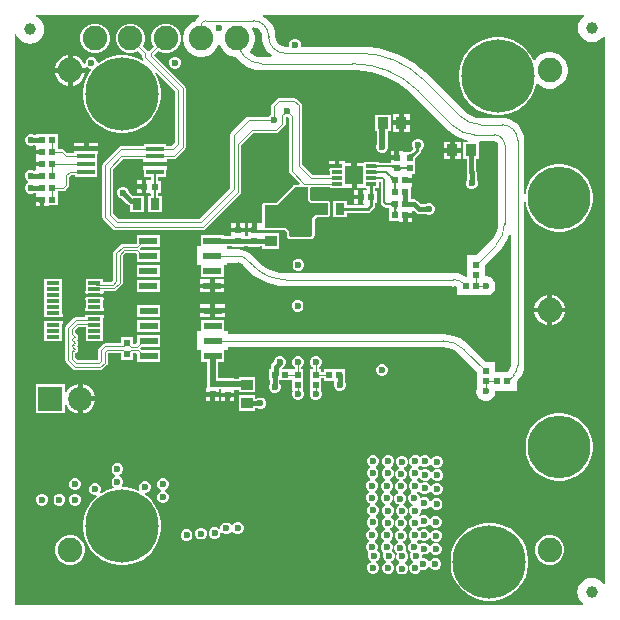
<source format=gbl>
G04*
G04 #@! TF.GenerationSoftware,Altium Limited,Altium Designer,24.4.1 (13)*
G04*
G04 Layer_Physical_Order=6*
G04 Layer_Color=16711680*
%FSLAX44Y44*%
%MOMM*%
G71*
G04*
G04 #@! TF.SameCoordinates,4C71B1EA-8B2D-4D6B-BE61-BD09BBC4FFF0*
G04*
G04*
G04 #@! TF.FilePolarity,Positive*
G04*
G01*
G75*
%ADD12C,0.5000*%
%ADD13C,0.2000*%
%ADD26R,0.6200X0.5700*%
%ADD32R,0.9500X1.0000*%
%ADD33R,1.0000X0.9500*%
%ADD34R,0.6200X0.6000*%
%ADD36R,0.6000X0.6200*%
%ADD68C,0.1020*%
%ADD69C,0.1016*%
%ADD70C,1.0000*%
%ADD71C,0.3810*%
%ADD72C,0.4000*%
%ADD74C,0.2540*%
%ADD76R,2.0200X2.0200*%
%ADD77C,2.0200*%
%ADD78C,2.0900*%
%ADD79C,5.3000*%
%ADD80C,0.6000*%
%ADD81C,0.1010*%
%ADD82R,1.5000X0.4500*%
%ADD83R,1.5500X0.6000*%
%ADD84R,0.8500X0.3000*%
%ADD85R,1.6000X1.6000*%
%ADD86R,1.1000X0.3000*%
%ADD87R,0.8000X1.0000*%
%ADD88R,0.6000X0.5500*%
%ADD89C,6.2000*%
%ADD90R,0.5500X0.6000*%
%ADD91C,0.1397*%
G36*
X486165Y502652D02*
X484350Y501259D01*
X482427Y498753D01*
X481218Y495834D01*
X480805Y492701D01*
X481218Y489568D01*
X482427Y486649D01*
X484350Y484142D01*
X486857Y482219D01*
X489776Y481010D01*
X492909Y480597D01*
X496041Y481010D01*
X498960Y482219D01*
X501467Y484142D01*
X502652Y485686D01*
X503922Y485255D01*
X503922Y22072D01*
X502652Y21641D01*
X501036Y23746D01*
X498529Y25670D01*
X495610Y26879D01*
X492478Y27291D01*
X489345Y26879D01*
X486426Y25670D01*
X483919Y23746D01*
X481996Y21240D01*
X480786Y18320D01*
X480374Y15188D01*
X480786Y12055D01*
X481996Y9136D01*
X483919Y6629D01*
X485588Y5348D01*
X485157Y4078D01*
X4919Y4078D01*
X4078Y5042D01*
X4078Y487769D01*
X5348Y488022D01*
X6354Y485593D01*
X8278Y483086D01*
X10785Y481162D01*
X13704Y479953D01*
X16836Y479541D01*
X19969Y479953D01*
X22888Y481162D01*
X25395Y483086D01*
X27318Y485593D01*
X28528Y488512D01*
X28940Y491645D01*
X28528Y494777D01*
X27318Y497696D01*
X25395Y500203D01*
X22888Y502127D01*
X21621Y502651D01*
X21874Y503921D01*
X159754Y503922D01*
X160185Y502651D01*
X159146Y501854D01*
X157661Y499920D01*
X157164Y498720D01*
X154682Y497692D01*
X152151Y496001D01*
X149999Y493849D01*
X148308Y491318D01*
X147144Y488507D01*
X146550Y485522D01*
Y482478D01*
X147144Y479493D01*
X148308Y476682D01*
X149999Y474151D01*
X152151Y471999D01*
X154682Y470308D01*
X157493Y469144D01*
X160478Y468550D01*
X163522D01*
X166507Y469144D01*
X169318Y470308D01*
X171849Y471999D01*
X174001Y474151D01*
X175692Y476682D01*
X176313Y478181D01*
X177687D01*
X178308Y476682D01*
X179999Y474151D01*
X182151Y471999D01*
X184682Y470308D01*
X187493Y469144D01*
X190478Y468550D01*
X191317D01*
X191551Y468169D01*
X194296Y464955D01*
X197510Y462210D01*
X201113Y460002D01*
X205018Y458384D01*
X209128Y457398D01*
X213134Y457082D01*
X213341Y457041D01*
X289925D01*
X290302Y457116D01*
X298136Y456676D01*
X306245Y455299D01*
X314148Y453022D01*
X321746Y449874D01*
X328945Y445896D01*
X335652Y441137D01*
X340844Y436497D01*
X341717Y435588D01*
X341717Y435588D01*
X371338Y405967D01*
X371425Y405909D01*
X375046Y402816D01*
X379195Y400274D01*
X383690Y398412D01*
X388080Y397358D01*
X387930Y396088D01*
X383750D01*
Y382088D01*
X386685D01*
Y370764D01*
X386685Y370764D01*
X386949Y369437D01*
Y364257D01*
X386789Y364096D01*
X386028Y362258D01*
Y360269D01*
X386789Y358432D01*
X388195Y357025D01*
X390033Y356264D01*
X392022D01*
X393860Y357025D01*
X395266Y358432D01*
X396028Y360269D01*
Y362258D01*
X395266Y364096D01*
X395106Y364257D01*
Y370500D01*
X394842Y371826D01*
Y382088D01*
X397250D01*
Y395612D01*
X397250Y396088D01*
X398191Y396882D01*
X410000D01*
X410106Y396903D01*
X411215Y396682D01*
X412244Y395994D01*
X412932Y394965D01*
X413153Y393856D01*
X413132Y393750D01*
Y327021D01*
X413183Y326763D01*
X412827Y323147D01*
X411697Y319421D01*
X409862Y315988D01*
X407556Y313179D01*
X407338Y313033D01*
X394805Y300500D01*
X387000D01*
Y282697D01*
X385780Y282316D01*
X382588Y284023D01*
X379123Y285074D01*
X375732Y285408D01*
X375536Y285447D01*
X375536Y285447D01*
X375532Y285448D01*
X375531Y285448D01*
X375522D01*
X375521Y285448D01*
X375518Y285447D01*
X375514Y285448D01*
X233382D01*
X233090Y285390D01*
X228314Y285766D01*
X223371Y286952D01*
X218675Y288898D01*
X214341Y291553D01*
X210698Y294665D01*
X210533Y294912D01*
X204972Y300472D01*
X204753Y300619D01*
X202374Y302572D01*
X199429Y304146D01*
X196235Y305115D01*
X193171Y305417D01*
X192912Y305468D01*
X184000D01*
Y307850D01*
X185012Y308472D01*
X188067D01*
Y307550D01*
X198267D01*
Y308472D01*
X201678D01*
Y307550D01*
X211878D01*
Y308472D01*
X213624D01*
Y305800D01*
X227624D01*
Y319300D01*
X213624D01*
Y319300D01*
X212418Y319456D01*
Y321644D01*
X213624Y321800D01*
X213688Y321800D01*
X215176D01*
X215625Y321711D01*
X231239D01*
X232450Y321692D01*
X234336Y319807D01*
Y317394D01*
X234491Y316614D01*
X234933Y315952D01*
X236327Y314558D01*
X236989Y314116D01*
X237769Y313961D01*
X254625D01*
X254625Y313961D01*
X255405Y314116D01*
X256067Y314558D01*
X256067Y314558D01*
X257317Y315808D01*
X257759Y316470D01*
X257914Y317250D01*
Y330805D01*
X259570Y332461D01*
X268875D01*
X269072Y332500D01*
X270500D01*
Y333332D01*
X270759Y333720D01*
X270914Y334500D01*
Y344650D01*
X270759Y345430D01*
X270500Y345818D01*
Y346500D01*
X269706D01*
X269655Y346534D01*
X268875Y346689D01*
X255887D01*
X254414Y347970D01*
Y357647D01*
X254414Y357648D01*
X254876Y358211D01*
X270664D01*
Y357275D01*
X283164D01*
Y357735D01*
X289414D01*
Y368275D01*
Y376214D01*
X288323D01*
X288485Y376242D01*
X288629Y376326D01*
X288757Y376465D01*
X288867Y376660D01*
X288960Y376911D01*
X289037Y377217D01*
X289096Y377579D01*
X289139Y377997D01*
X289167Y378815D01*
X283704D01*
Y379815D01*
X278914D01*
Y375775D01*
X276914D01*
Y374276D01*
X270663D01*
Y373775D01*
X270124D01*
Y371735D01*
X270664D01*
Y368335D01*
X256285D01*
X247309Y377310D01*
Y427250D01*
X247114Y428229D01*
X246560Y429060D01*
X242560Y433060D01*
X241729Y433614D01*
X240750Y433809D01*
X228000D01*
X227021Y433614D01*
X226190Y433060D01*
X221563Y428432D01*
X221008Y427602D01*
X220813Y426623D01*
Y419640D01*
X220540Y419527D01*
X219134Y418120D01*
X219021Y417847D01*
X202038D01*
X201059Y417652D01*
X200228Y417098D01*
X187468Y404337D01*
X186913Y403507D01*
X186718Y402528D01*
Y357181D01*
X160866Y331329D01*
X91869D01*
X87309Y335889D01*
Y373609D01*
X95330Y381630D01*
X112578D01*
Y379689D01*
X132658D01*
Y381901D01*
X138500D01*
X139479Y382096D01*
X140310Y382650D01*
X148060Y390400D01*
X148614Y391231D01*
X148809Y392210D01*
Y442000D01*
X148614Y442979D01*
X148060Y443810D01*
X121867Y470002D01*
Y470248D01*
X125180Y473561D01*
X127194Y472398D01*
X130361Y471550D01*
X133639D01*
X136805Y472398D01*
X139644Y474038D01*
X141962Y476356D01*
X143602Y479194D01*
X144450Y482361D01*
Y485639D01*
X143602Y488806D01*
X141962Y491645D01*
X139644Y493963D01*
X136805Y495602D01*
X133639Y496450D01*
X130361D01*
X127194Y495602D01*
X124355Y493963D01*
X122037Y491645D01*
X120398Y488806D01*
X119550Y485639D01*
Y482361D01*
X120398Y479194D01*
X121561Y477180D01*
X117828Y473447D01*
X117080Y473219D01*
X116184Y473436D01*
X112439Y477180D01*
X113602Y479194D01*
X114450Y482361D01*
Y485639D01*
X113602Y488806D01*
X111962Y491645D01*
X109644Y493963D01*
X106805Y495602D01*
X103639Y496450D01*
X100361D01*
X97194Y495602D01*
X94355Y493963D01*
X92037Y491645D01*
X90398Y488806D01*
X89550Y485639D01*
Y482361D01*
X90398Y479194D01*
X92037Y476356D01*
X94355Y474038D01*
X97194Y472398D01*
X100361Y471550D01*
X103639D01*
X106805Y472398D01*
X108820Y473561D01*
X112191Y470190D01*
Y468142D01*
X112386Y467163D01*
X112940Y466333D01*
X113015Y466258D01*
X112296Y465224D01*
X107668Y467582D01*
X102727Y469187D01*
X97597Y470000D01*
X92403D01*
X87272Y469187D01*
X82332Y467582D01*
X77704Y465224D01*
X75132Y463355D01*
X74000Y463932D01*
Y464245D01*
X73239Y466082D01*
X71832Y467489D01*
X69995Y468250D01*
X68005D01*
X66168Y467489D01*
X64761Y466082D01*
X64000Y464245D01*
Y463003D01*
X62730Y462663D01*
X61395Y464976D01*
X58976Y467395D01*
X56014Y469105D01*
X53000Y469912D01*
Y459000D01*
X63912D01*
X63863Y459186D01*
X64017Y459366D01*
X65749Y459430D01*
X66168Y459011D01*
X68005Y458250D01*
X68250D01*
X68827Y457118D01*
X66776Y454296D01*
X64418Y449668D01*
X62812Y444728D01*
X62000Y439597D01*
Y434403D01*
X62812Y429272D01*
X64418Y424332D01*
X66776Y419704D01*
X69829Y415502D01*
X73502Y411829D01*
X77704Y408776D01*
X82332Y406418D01*
X87272Y404813D01*
X92403Y404000D01*
X97597D01*
X102727Y404813D01*
X107668Y406418D01*
X112296Y408776D01*
X116498Y411829D01*
X120171Y415502D01*
X123224Y419704D01*
X125582Y424332D01*
X127187Y429272D01*
X128000Y434403D01*
Y439597D01*
X127187Y444728D01*
X125582Y449668D01*
X123224Y454296D01*
X124258Y455015D01*
X139941Y439332D01*
Y396020D01*
X137169Y393248D01*
X132118D01*
Y394939D01*
X113118D01*
Y392895D01*
X94086D01*
X93107Y392701D01*
X92277Y392146D01*
X78940Y378810D01*
X78386Y377979D01*
X78191Y377000D01*
Y332365D01*
X78386Y331385D01*
X78940Y330555D01*
X86845Y322650D01*
X87675Y322096D01*
X88655Y321901D01*
X163710D01*
X164689Y322096D01*
X165520Y322650D01*
X194722Y351853D01*
X195277Y352683D01*
X195472Y353662D01*
X195472Y353663D01*
Y393352D01*
X206031Y403912D01*
X225288D01*
X226267Y404107D01*
X227098Y404661D01*
X232560Y410123D01*
X233114Y410953D01*
X233309Y411933D01*
Y417627D01*
X233403Y417690D01*
X235392D01*
X235941Y416543D01*
Y371597D01*
X236136Y370617D01*
X236690Y369787D01*
X245233Y361245D01*
X244747Y360071D01*
X241509D01*
X240729Y359916D01*
X240068Y359474D01*
X240068Y359474D01*
X239928Y359334D01*
X239928Y359334D01*
X225467Y344873D01*
X215625D01*
X214845Y344718D01*
X214183Y344276D01*
X213741Y343614D01*
X213586Y342834D01*
Y327537D01*
X212418Y327290D01*
X212316Y327290D01*
X208778D01*
Y321750D01*
X206778D01*
Y319750D01*
X201138D01*
Y316628D01*
X198807D01*
Y319750D01*
X193167D01*
Y321750D01*
D01*
Y319750D01*
X187527D01*
Y316628D01*
X181000D01*
Y317550D01*
X161500D01*
Y307850D01*
X158500D01*
Y291850D01*
X161500D01*
Y282150D01*
X181000D01*
Y291850D01*
X184000D01*
Y294232D01*
X192912D01*
X193150Y294279D01*
X195176Y293876D01*
X196893Y292729D01*
X197027Y292528D01*
X201690Y287865D01*
X202588Y286967D01*
X202588Y286967D01*
X202588Y286967D01*
X202681Y286905D01*
X206880Y283223D01*
X211615Y280059D01*
X216722Y277540D01*
X222114Y275710D01*
X227699Y274599D01*
X233271Y274234D01*
X233382Y274212D01*
Y274212D01*
X233382Y274212D01*
X374368D01*
X375479Y273827D01*
X375514Y273812D01*
X376784Y274089D01*
X377408Y274007D01*
X378250Y273658D01*
Y266681D01*
X401014D01*
X401947Y266430D01*
X404053D01*
X406088Y266976D01*
X407912Y268029D01*
X409402Y269518D01*
X410455Y271343D01*
X411000Y273377D01*
Y275484D01*
X410455Y277518D01*
X409402Y279343D01*
X407912Y280832D01*
X406088Y281885D01*
X404053Y282430D01*
X402500D01*
Y292305D01*
X415283Y305088D01*
X415341Y305175D01*
X418434Y308796D01*
X420976Y312945D01*
X422838Y317440D01*
X422862Y317540D01*
X424132Y317390D01*
X424132Y207136D01*
X424134Y207125D01*
X424132Y207115D01*
X424179Y206876D01*
X423771Y204821D01*
X422603Y203074D01*
X422396Y202935D01*
X420805Y201344D01*
X410750D01*
Y210094D01*
X402945D01*
X388556Y224483D01*
X388469Y224541D01*
X384848Y227634D01*
X380699Y230176D01*
X376204Y232038D01*
X371473Y233174D01*
X366726Y233547D01*
X366623Y233568D01*
X184250D01*
Y235950D01*
X181250D01*
Y245650D01*
X161750D01*
Y235950D01*
X158750D01*
Y219950D01*
X161750D01*
Y210250D01*
X166929D01*
Y196700D01*
X166418D01*
Y188040D01*
X165877D01*
Y184500D01*
X171517D01*
X177157D01*
Y186937D01*
X178767D01*
Y184150D01*
X184407D01*
X190047D01*
Y186564D01*
X193650D01*
Y184205D01*
X207650D01*
Y197705D01*
X193650D01*
Y195741D01*
X189507D01*
Y196350D01*
X179307D01*
Y196113D01*
X176618D01*
Y196700D01*
X176106D01*
Y210250D01*
X181250D01*
Y219950D01*
X184250D01*
Y222332D01*
X366623D01*
X366880Y222383D01*
X370497Y222027D01*
X374223Y220897D01*
X377656Y219062D01*
X380465Y216756D01*
X380611Y216538D01*
X395250Y201899D01*
Y194094D01*
Y187077D01*
X395000Y186144D01*
Y184037D01*
X395545Y182003D01*
X396599Y180179D01*
X398088Y178689D01*
X399912Y177636D01*
X401947Y177091D01*
X404053D01*
X406088Y177636D01*
X407912Y178689D01*
X409402Y180179D01*
X410455Y182003D01*
X411000Y184037D01*
Y185844D01*
X429000D01*
Y193649D01*
X430341Y194990D01*
X430483Y195203D01*
X432456Y197606D01*
X434039Y200567D01*
X435013Y203781D01*
X435316Y206854D01*
X435367Y207111D01*
X435368Y207115D01*
X435366Y207125D01*
X435368Y207136D01*
X435368Y345786D01*
X436638Y345886D01*
X437202Y342326D01*
X438588Y338060D01*
X440625Y334063D01*
X443261Y330434D01*
X446433Y327261D01*
X450063Y324625D01*
X454060Y322588D01*
X458326Y321202D01*
X462757Y320500D01*
X467243D01*
X471674Y321202D01*
X475940Y322588D01*
X479937Y324625D01*
X483567Y327261D01*
X486739Y330434D01*
X489375Y334063D01*
X491412Y338060D01*
X492798Y342326D01*
X493500Y346757D01*
Y351243D01*
X492798Y355674D01*
X491412Y359940D01*
X489375Y363937D01*
X486739Y367566D01*
X483567Y370739D01*
X479937Y373375D01*
X475940Y375412D01*
X471674Y376798D01*
X467243Y377500D01*
X462757D01*
X458326Y376798D01*
X454060Y375412D01*
X450063Y373375D01*
X446433Y370739D01*
X443261Y367566D01*
X440625Y363937D01*
X438588Y359940D01*
X437202Y355674D01*
X436638Y352114D01*
X435368Y352214D01*
X435368Y397939D01*
X435332Y398119D01*
X434991Y401580D01*
X433929Y405080D01*
X432205Y408307D01*
X429884Y411134D01*
X427057Y413455D01*
X423830Y415179D01*
X420330Y416241D01*
X416869Y416582D01*
X416689Y416618D01*
X398797D01*
X398540Y416567D01*
X394923Y416923D01*
X391197Y418053D01*
X387764Y419888D01*
X384955Y422194D01*
X384809Y422412D01*
X354438Y452783D01*
X354393Y452813D01*
X348391Y458252D01*
X341843Y463109D01*
X334850Y467300D01*
X327480Y470786D01*
X319804Y473533D01*
X311896Y475514D01*
X303831Y476710D01*
X295741Y477108D01*
X295688Y477118D01*
X246926D01*
X246500Y477756D01*
Y479745D01*
X245739Y481582D01*
X244332Y482989D01*
X242495Y483750D01*
X240505D01*
X238668Y482989D01*
X237261Y481582D01*
X236500Y479745D01*
Y477756D01*
X236074Y477118D01*
X232963D01*
X232803Y477086D01*
X230789Y477351D01*
X228764Y478190D01*
X227025Y479525D01*
X225690Y481264D01*
X224851Y483289D01*
X224586Y485303D01*
X224618Y485463D01*
Y486000D01*
X224582Y486183D01*
X224242Y489629D01*
X223184Y493118D01*
X221465Y496333D01*
X219152Y499152D01*
X216333Y501465D01*
X214113Y502651D01*
X214432Y503922D01*
X485734Y503922D01*
X486165Y502652D01*
D02*
G37*
G36*
X207922Y493173D02*
X209713Y492432D01*
X211251Y491251D01*
X212432Y489713D01*
X213174Y487922D01*
X213409Y486135D01*
X213382Y486000D01*
Y485463D01*
X213409Y485326D01*
X213772Y481645D01*
X214885Y477975D01*
X216693Y474592D01*
X219127Y471627D01*
X221661Y469547D01*
X221207Y468277D01*
X213341D01*
X213150Y468239D01*
X210262Y468523D01*
X207302Y469421D01*
X204574Y470879D01*
X203193Y472013D01*
X203131Y473281D01*
X204001Y474151D01*
X205692Y476682D01*
X206856Y479493D01*
X207450Y482478D01*
Y485522D01*
X206856Y488507D01*
X205692Y491318D01*
X205061Y492262D01*
X205660Y493382D01*
X206000D01*
X206135Y493409D01*
X207922Y493173D01*
D02*
G37*
G36*
X252375Y357648D02*
Y347040D01*
X255125Y344650D01*
X268875D01*
Y334500D01*
X258725D01*
X255875Y331650D01*
Y317250D01*
X254625Y316000D01*
X237769D01*
X236375Y317394D01*
Y320651D01*
X233307Y323719D01*
X233244D01*
X231255Y323750D01*
X215625D01*
Y342834D01*
X226311D01*
X241370Y357892D01*
X241509Y358032D01*
X251991D01*
X252375Y357648D01*
D02*
G37*
%LPC*%
G36*
X73639Y496450D02*
X70361D01*
X67194Y495602D01*
X64356Y493963D01*
X62038Y491645D01*
X60399Y488806D01*
X59550Y485639D01*
Y482361D01*
X60399Y479194D01*
X62038Y476356D01*
X64356Y474038D01*
X67194Y472398D01*
X70361Y471550D01*
X73639D01*
X76806Y472398D01*
X79644Y474038D01*
X81962Y476356D01*
X83602Y479194D01*
X84450Y482361D01*
Y485639D01*
X83602Y488806D01*
X81962Y491645D01*
X79644Y493963D01*
X76806Y495602D01*
X73639Y496450D01*
D02*
G37*
G36*
X49000Y469912D02*
X45986Y469105D01*
X43024Y467395D01*
X40605Y464976D01*
X38895Y462014D01*
X38088Y459000D01*
X49000D01*
Y469912D01*
D02*
G37*
G36*
X140744Y468508D02*
X138755D01*
X136918Y467747D01*
X135511Y466340D01*
X134750Y464503D01*
Y462514D01*
X135511Y460676D01*
X136918Y459269D01*
X138755Y458508D01*
X140744D01*
X142582Y459269D01*
X143989Y460676D01*
X144750Y462514D01*
Y464503D01*
X143989Y466340D01*
X142582Y467747D01*
X140744Y468508D01*
D02*
G37*
G36*
X49000Y455000D02*
X38088D01*
X38895Y451986D01*
X40605Y449024D01*
X43024Y446605D01*
X45986Y444895D01*
X49000Y444088D01*
Y455000D01*
D02*
G37*
G36*
X63912D02*
X53000D01*
Y444088D01*
X56014Y444895D01*
X58976Y446605D01*
X61395Y449024D01*
X63105Y451986D01*
X63912Y455000D01*
D02*
G37*
G36*
X415597Y485000D02*
X410403D01*
X405272Y484187D01*
X400332Y482582D01*
X395704Y480224D01*
X391502Y477171D01*
X387829Y473498D01*
X384776Y469296D01*
X382418Y464668D01*
X380813Y459728D01*
X380000Y454597D01*
Y449403D01*
X380813Y444272D01*
X382418Y439332D01*
X384776Y434704D01*
X387829Y430502D01*
X391502Y426829D01*
X395704Y423776D01*
X400332Y421418D01*
X405272Y419813D01*
X410403Y419000D01*
X415597D01*
X420728Y419813D01*
X425668Y421418D01*
X430296Y423776D01*
X434498Y426829D01*
X438171Y430502D01*
X441224Y434704D01*
X443582Y439332D01*
X445187Y444272D01*
X445336Y445214D01*
X446544Y445606D01*
X447151Y444999D01*
X449682Y443308D01*
X452493Y442144D01*
X455478Y441550D01*
X458522D01*
X461507Y442144D01*
X464318Y443308D01*
X466849Y444999D01*
X469001Y447151D01*
X470692Y449682D01*
X471856Y452493D01*
X472450Y455478D01*
Y458522D01*
X471856Y461507D01*
X470692Y464318D01*
X469001Y466849D01*
X466849Y469001D01*
X464318Y470692D01*
X461507Y471856D01*
X458522Y472450D01*
X455478D01*
X452493Y471856D01*
X449682Y470692D01*
X447151Y469001D01*
X444999Y466849D01*
X444263Y465746D01*
X442995Y465821D01*
X441224Y469296D01*
X438171Y473498D01*
X434498Y477171D01*
X430296Y480224D01*
X425668Y482582D01*
X420728Y484187D01*
X415597Y485000D01*
D02*
G37*
G36*
X338790Y420040D02*
X333500D01*
Y414500D01*
X338790D01*
Y420040D01*
D02*
G37*
G36*
X329500D02*
X324210D01*
Y414500D01*
X329500D01*
Y420040D01*
D02*
G37*
G36*
X338790Y410500D02*
X333500D01*
Y404960D01*
X338790D01*
Y410500D01*
D02*
G37*
G36*
X329500D02*
X324210D01*
Y404960D01*
X329500D01*
Y410500D01*
D02*
G37*
G36*
X74658Y395479D02*
X66618D01*
Y392689D01*
X74658D01*
Y395479D01*
D02*
G37*
G36*
X62618D02*
X54578D01*
Y392689D01*
X62618D01*
Y395479D01*
D02*
G37*
G36*
X381790Y396628D02*
X376500D01*
Y391088D01*
X381790D01*
Y396628D01*
D02*
G37*
G36*
X372500D02*
X367210D01*
Y391088D01*
X372500D01*
Y396628D01*
D02*
G37*
G36*
X346264Y398919D02*
X344275D01*
X342437Y398158D01*
X341031Y396751D01*
X340269Y394914D01*
Y392924D01*
X341031Y391087D01*
X341254Y390863D01*
Y390469D01*
X339312Y388527D01*
X338881Y388127D01*
X338544Y387857D01*
X338390Y387750D01*
X337671D01*
X337627Y387759D01*
X337584Y387750D01*
X333750D01*
X332790Y388498D01*
Y388540D01*
X329500D01*
Y383000D01*
X327500D01*
Y381000D01*
X322210D01*
Y378834D01*
X312164D01*
Y379275D01*
X310177D01*
X310133Y379284D01*
X310090Y379275D01*
X299664D01*
Y378815D01*
X293414D01*
Y376449D01*
X293526Y376326D01*
X293671Y376242D01*
X293832Y376214D01*
X293414D01*
Y368275D01*
Y357735D01*
X299664D01*
Y357275D01*
X301612D01*
X302047Y356660D01*
X301390Y355390D01*
X298900D01*
Y349750D01*
Y344110D01*
X299578D01*
X300257Y342840D01*
X300253Y342834D01*
X285500D01*
Y346500D01*
X273500D01*
Y332500D01*
X285500D01*
Y336166D01*
X303000D01*
X304276Y336420D01*
X305357Y337142D01*
X308458Y340243D01*
X309180Y341324D01*
X309434Y342600D01*
Y344650D01*
X311100D01*
Y354850D01*
X309248D01*
Y357275D01*
X312164D01*
Y362717D01*
X313941D01*
Y345250D01*
X313941Y345250D01*
X314174Y344080D01*
X314837Y343087D01*
X316337Y341587D01*
X316337Y341587D01*
X317329Y340924D01*
X318500Y340691D01*
X321250D01*
Y329500D01*
X329210D01*
Y328960D01*
X332750D01*
Y334250D01*
X334750D01*
Y336250D01*
X340290D01*
Y338012D01*
X341560Y338538D01*
X343482Y336616D01*
X343482Y336616D01*
X344805Y335732D01*
X346366Y335422D01*
X351757D01*
X351918Y335261D01*
X353755Y334500D01*
X355745D01*
X357582Y335261D01*
X358989Y336668D01*
X359750Y338505D01*
Y340495D01*
X358989Y342332D01*
X357582Y343739D01*
X355745Y344500D01*
X353755D01*
X351918Y343739D01*
X351757Y343578D01*
X348055D01*
X345000Y346634D01*
X343677Y347518D01*
X342116Y347828D01*
X342116Y347828D01*
X340742D01*
X339750Y348500D01*
Y349486D01*
X339750D01*
Y358460D01*
X340040D01*
Y361750D01*
X334500D01*
Y365750D01*
X340040D01*
Y369040D01*
X341223Y369250D01*
X343250D01*
Y382084D01*
X343259Y382127D01*
X343250Y382171D01*
Y382890D01*
X343341Y383021D01*
X343920Y383705D01*
X346945Y386730D01*
X347668Y387812D01*
X347922Y389088D01*
Y389606D01*
X348102Y389680D01*
X349508Y391087D01*
X350269Y392924D01*
Y394914D01*
X349508Y396751D01*
X348102Y398158D01*
X346264Y398919D01*
D02*
G37*
G36*
X322250Y419500D02*
X308750D01*
Y405500D01*
X310787D01*
Y394654D01*
X310250Y393358D01*
Y391369D01*
X311011Y389531D01*
X312418Y388124D01*
X314256Y387363D01*
X316245D01*
X318082Y388124D01*
X319489Y389531D01*
X320250Y391369D01*
Y393358D01*
X319963Y394050D01*
Y405500D01*
X322250D01*
Y419500D01*
D02*
G37*
G36*
X325500Y388540D02*
X322210D01*
Y385000D01*
X325500D01*
Y388540D01*
D02*
G37*
G36*
X381790Y387088D02*
X376500D01*
Y381548D01*
X381790D01*
Y387088D01*
D02*
G37*
G36*
X372500D02*
X367210D01*
Y381548D01*
X372500D01*
Y387088D01*
D02*
G37*
G36*
X274914Y379815D02*
X270124D01*
Y377775D01*
X274914D01*
Y379815D01*
D02*
G37*
G36*
X18780Y402960D02*
X16791D01*
X14953Y402199D01*
X13547Y400792D01*
X12785Y398955D01*
Y396965D01*
X13547Y395128D01*
X14953Y393721D01*
X16791Y392960D01*
X18780D01*
X20618Y393721D01*
X20778Y393882D01*
X20805D01*
X21710Y393000D01*
Y389710D01*
X27250D01*
Y385710D01*
X21710D01*
Y382420D01*
Y379710D01*
X27250D01*
Y375710D01*
X21710D01*
Y372420D01*
X20702Y371788D01*
X20493D01*
X20332Y371949D01*
X18495Y372710D01*
X16505D01*
X14668Y371949D01*
X13261Y370542D01*
X12500Y368704D01*
Y366715D01*
X13261Y364878D01*
X14668Y363471D01*
X15148Y363272D01*
Y361898D01*
X14668Y361699D01*
X13261Y360292D01*
X12500Y358455D01*
Y356465D01*
X13261Y354628D01*
X14668Y353221D01*
X16505Y352460D01*
X18495D01*
X20332Y353221D01*
X20493Y353382D01*
X20702D01*
X21710Y352750D01*
Y349460D01*
X27250D01*
Y347460D01*
X29250D01*
Y342170D01*
X32790D01*
Y342710D01*
X40750D01*
Y352210D01*
X40750D01*
Y352710D01*
X40750D01*
Y354901D01*
X45250D01*
X46229Y355096D01*
X47060Y355650D01*
X49310Y357900D01*
X49864Y358731D01*
X50059Y359710D01*
Y366961D01*
X51728Y368630D01*
X55118D01*
Y366939D01*
X74118D01*
Y373439D01*
Y385899D01*
X74658D01*
Y388689D01*
X54578D01*
Y386748D01*
X48331D01*
X45560Y389520D01*
X44729Y390074D01*
X43750Y390269D01*
X40750D01*
Y392460D01*
X40750D01*
X40785Y393210D01*
X40785D01*
X40785Y393715D01*
Y402710D01*
X22285D01*
Y402038D01*
X20778D01*
X20618Y402199D01*
X18780Y402960D01*
D02*
G37*
G36*
X111425Y364018D02*
X107885D01*
Y360378D01*
X111425D01*
Y364018D01*
D02*
G37*
G36*
Y356378D02*
X107885D01*
Y352738D01*
X111425D01*
Y356378D01*
D02*
G37*
G36*
X294900Y355390D02*
X291360D01*
Y351750D01*
X294900D01*
Y355390D01*
D02*
G37*
G36*
Y347750D02*
X291360D01*
Y344110D01*
X294900D01*
Y347750D01*
D02*
G37*
G36*
X25250Y345460D02*
X21710D01*
Y342170D01*
X25250D01*
Y345460D01*
D02*
G37*
G36*
X132658Y375689D02*
X112578D01*
Y372899D01*
X113118D01*
Y366939D01*
X119566D01*
Y365039D01*
X118965Y364018D01*
X115424D01*
Y358378D01*
Y352738D01*
X118396D01*
X119101Y351524D01*
X118743Y350710D01*
X116500D01*
Y336710D01*
X128500D01*
Y350710D01*
X125559D01*
Y353278D01*
X127625D01*
Y363478D01*
X125683D01*
Y366939D01*
X132118D01*
Y372899D01*
X132658D01*
Y375689D01*
D02*
G37*
G36*
X96604Y358378D02*
X94615D01*
X92777Y357617D01*
X91371Y356210D01*
X90610Y354372D01*
Y352383D01*
X91371Y350546D01*
X92777Y349139D01*
X94615Y348378D01*
X94842D01*
X99394Y343826D01*
X99394Y343826D01*
X100717Y342942D01*
X101500Y342786D01*
Y336710D01*
X113500D01*
Y350710D01*
X105894D01*
X105500Y350788D01*
X105500Y350788D01*
X103967D01*
X100610Y354145D01*
Y354372D01*
X99848Y356210D01*
X98442Y357617D01*
X96604Y358378D01*
D02*
G37*
G36*
X340290Y332250D02*
X336750D01*
Y328960D01*
X340290D01*
Y332250D01*
D02*
G37*
G36*
X198807Y327290D02*
X195167D01*
Y323750D01*
X198807D01*
Y327290D01*
D02*
G37*
G36*
X204778D02*
X201138D01*
Y323750D01*
X204778D01*
Y327290D01*
D02*
G37*
G36*
X191167D02*
X187527D01*
Y323750D01*
X191167D01*
Y327290D01*
D02*
G37*
G36*
X127000Y317550D02*
X107500D01*
Y311089D01*
X106492Y310082D01*
X95393D01*
X95393Y310082D01*
X95376D01*
X94398Y309887D01*
X93570Y309334D01*
X87931Y303695D01*
X87378Y302867D01*
X87183Y301889D01*
Y279285D01*
X85975Y278077D01*
X79000D01*
Y280000D01*
X64000D01*
Y270540D01*
X63460D01*
Y268500D01*
X64000D01*
Y268000D01*
X71500D01*
X79001D01*
Y268500D01*
X79540D01*
Y269923D01*
X87032D01*
X87059Y269928D01*
X88292D01*
X89269Y270123D01*
X90098Y270677D01*
X94583Y275162D01*
X95137Y275991D01*
X95331Y276968D01*
Y299607D01*
X97683Y301958D01*
X106680D01*
X107500Y301138D01*
Y294850D01*
X127000D01*
Y304850D01*
X111012D01*
X110480Y305382D01*
Y306709D01*
X111321Y307550D01*
X127000D01*
Y317550D01*
D02*
G37*
G36*
X245239Y297311D02*
X243250D01*
X241412Y296550D01*
X240006Y295143D01*
X239245Y293305D01*
Y291316D01*
X240006Y289479D01*
X241412Y288072D01*
X243250Y287311D01*
X245239D01*
X247077Y288072D01*
X248483Y289479D01*
X249245Y291316D01*
Y293305D01*
X248483Y295143D01*
X247077Y296550D01*
X245239Y297311D01*
D02*
G37*
G36*
X127000Y292150D02*
X107500D01*
Y282150D01*
X127000D01*
Y292150D01*
D02*
G37*
G36*
X181540Y279990D02*
X173250D01*
Y276450D01*
X181540D01*
Y279990D01*
D02*
G37*
G36*
X169250D02*
X160960D01*
Y276450D01*
X169250D01*
Y279990D01*
D02*
G37*
G36*
X127000Y279450D02*
X107500D01*
Y269450D01*
X127000D01*
Y279450D01*
D02*
G37*
G36*
X181540Y272450D02*
X173250D01*
Y268910D01*
X181540D01*
Y272450D01*
D02*
G37*
G36*
X169250D02*
X160960D01*
Y268910D01*
X169250D01*
Y272450D01*
D02*
G37*
G36*
X459000Y266912D02*
Y256000D01*
X469912D01*
X469105Y259014D01*
X467395Y261976D01*
X464976Y264395D01*
X462014Y266105D01*
X459000Y266912D01*
D02*
G37*
G36*
X455000Y266912D02*
X451986Y266105D01*
X449024Y264395D01*
X446605Y261976D01*
X444895Y259014D01*
X444088Y256000D01*
X455000D01*
Y266912D01*
D02*
G37*
G36*
X181790Y258890D02*
X173500D01*
Y255350D01*
X181790D01*
Y258890D01*
D02*
G37*
G36*
X169500D02*
X161210D01*
Y255350D01*
X169500D01*
Y258890D01*
D02*
G37*
G36*
X79001Y265001D02*
X71500D01*
X64000D01*
Y264500D01*
X63460D01*
Y262460D01*
X64000D01*
Y255540D01*
X63460D01*
Y253500D01*
X64000D01*
Y252999D01*
X71500D01*
X79001D01*
Y253500D01*
X79540D01*
Y255540D01*
X79000D01*
Y262460D01*
X79540D01*
Y264500D01*
X79001D01*
Y265001D01*
D02*
G37*
G36*
X244495Y262561D02*
X242505D01*
X240668Y261800D01*
X239261Y260393D01*
X238500Y258556D01*
Y256566D01*
X239261Y254729D01*
X240668Y253322D01*
X242505Y252561D01*
X244495D01*
X246332Y253322D01*
X247739Y254729D01*
X248500Y256566D01*
Y258556D01*
X247739Y260393D01*
X246332Y261800D01*
X244495Y262561D01*
D02*
G37*
G36*
X127250Y258350D02*
X107750D01*
Y248350D01*
X127250D01*
Y258350D01*
D02*
G37*
G36*
X44000Y280000D02*
X29000D01*
Y273000D01*
Y263000D01*
Y250540D01*
X28460D01*
Y248500D01*
X28999D01*
Y247999D01*
X36500D01*
X44000D01*
Y248500D01*
X44540D01*
Y250540D01*
X44000D01*
Y263000D01*
Y273000D01*
Y280000D01*
D02*
G37*
G36*
X181790Y251350D02*
X173500D01*
Y247810D01*
X181790D01*
Y251350D01*
D02*
G37*
G36*
X169500D02*
X161210D01*
Y247810D01*
X169500D01*
Y251350D01*
D02*
G37*
G36*
X469912Y252000D02*
X459000D01*
Y241088D01*
X462014Y241895D01*
X464976Y243605D01*
X467395Y246024D01*
X469105Y248986D01*
X469912Y252000D01*
D02*
G37*
G36*
X455000D02*
X444088D01*
X444895Y248986D01*
X446605Y246024D01*
X449024Y243605D01*
X451986Y241895D01*
X455000Y241088D01*
Y252000D01*
D02*
G37*
G36*
X127250Y245650D02*
X107750D01*
Y235650D01*
X127250D01*
Y245650D01*
D02*
G37*
G36*
X79001Y250000D02*
X71500D01*
X64000D01*
Y249500D01*
X63460D01*
Y248077D01*
X55773D01*
X54795Y247882D01*
X53967Y247329D01*
X47654Y241016D01*
X47100Y240187D01*
X46906Y239210D01*
Y211295D01*
X47100Y210317D01*
X47654Y209489D01*
X53239Y203904D01*
X54068Y203350D01*
X55045Y203156D01*
X76442D01*
X77419Y203350D01*
X78248Y203904D01*
X82096Y207752D01*
X82650Y208581D01*
X82844Y209558D01*
Y217622D01*
X82918Y217696D01*
X93900D01*
Y211800D01*
X104100D01*
Y217284D01*
X107098D01*
X107750Y216632D01*
Y210250D01*
X127250D01*
Y220250D01*
X111356D01*
X109984Y221622D01*
X111312Y222950D01*
X127250D01*
Y232950D01*
X107750D01*
Y226612D01*
X106642Y225504D01*
X104100D01*
Y231100D01*
X93900D01*
Y225844D01*
X80601D01*
X79623Y225650D01*
X78795Y225096D01*
X75444Y221745D01*
X74890Y220917D01*
X74696Y219939D01*
Y211875D01*
X74125Y211304D01*
X57362D01*
X55054Y213612D01*
Y217250D01*
X55588Y217356D01*
X56845Y218195D01*
X57685Y219452D01*
X57979Y220935D01*
Y220935D01*
Y220935D01*
X57979D01*
X57685Y222418D01*
X56945Y223525D01*
X57685Y224632D01*
X57979Y226115D01*
Y226115D01*
Y226115D01*
X57979D01*
X57685Y227598D01*
X56845Y228855D01*
X56772Y228904D01*
X57379Y229813D01*
X57674Y231295D01*
Y231295D01*
Y231295D01*
X57674D01*
X57379Y232778D01*
X56539Y234035D01*
X55282Y234875D01*
X55054Y234920D01*
Y236893D01*
X58090Y239928D01*
X64000D01*
Y228000D01*
X79000D01*
Y238000D01*
Y247460D01*
X79540D01*
Y249500D01*
X79001D01*
Y250000D01*
D02*
G37*
G36*
X44000Y245000D02*
X36500D01*
X28999D01*
Y244500D01*
X28460D01*
Y242460D01*
X29000D01*
Y238000D01*
Y228000D01*
X44000D01*
Y233000D01*
Y242460D01*
X44540D01*
Y244500D01*
X44000D01*
Y245000D01*
D02*
G37*
G36*
X244933Y214744D02*
X242944D01*
X241106Y213983D01*
X239700Y212576D01*
X238939Y210738D01*
Y208749D01*
X239700Y206912D01*
X241106Y205505D01*
X241382Y205391D01*
Y204211D01*
X239006D01*
Y201748D01*
X237629D01*
Y203941D01*
X230800D01*
X230547Y205211D01*
X231256Y205505D01*
X232662Y206912D01*
X233424Y208749D01*
Y210738D01*
X232662Y212576D01*
X231256Y213983D01*
X229418Y214744D01*
X227429D01*
X225591Y213983D01*
X224185Y212576D01*
X223424Y210738D01*
Y209970D01*
X222245Y208792D01*
X221361Y207469D01*
X221051Y205908D01*
X221051Y205908D01*
Y203941D01*
X219129D01*
Y194441D01*
X220051D01*
Y191714D01*
X219890Y191553D01*
X219129Y189715D01*
Y187726D01*
X219890Y185889D01*
X221297Y184482D01*
X223134Y183721D01*
X225124D01*
X226961Y184482D01*
X228368Y185889D01*
X229129Y187726D01*
Y189715D01*
X228368Y191553D01*
X228207Y191714D01*
Y194441D01*
X237629D01*
Y196634D01*
X239006D01*
Y185711D01*
X239006D01*
X239415Y185099D01*
X238939Y183950D01*
Y181961D01*
X239700Y180123D01*
X241106Y178716D01*
X242944Y177955D01*
X244933D01*
X246771Y178716D01*
X248178Y180123D01*
X248939Y181961D01*
Y183950D01*
X248323Y185437D01*
X248505Y185711D01*
X248505D01*
Y194211D01*
Y204211D01*
X246496D01*
Y205391D01*
X246771Y205505D01*
X248178Y206912D01*
X248939Y208749D01*
Y210738D01*
X248178Y212576D01*
X246771Y213983D01*
X244933Y214744D01*
D02*
G37*
G36*
X315995Y208311D02*
X314006D01*
X312168Y207550D01*
X310761Y206143D01*
X310000Y204306D01*
Y202316D01*
X310761Y200479D01*
X312168Y199072D01*
X314006Y198311D01*
X315995D01*
X317832Y199072D01*
X319239Y200479D01*
X320000Y202316D01*
Y204306D01*
X319239Y206143D01*
X317832Y207550D01*
X315995Y208311D01*
D02*
G37*
G36*
X259933Y214744D02*
X257944D01*
X256106Y213983D01*
X254700Y212576D01*
X253939Y210738D01*
Y208749D01*
X254700Y206912D01*
X256106Y205505D01*
X256382Y205391D01*
Y203941D01*
X254006D01*
Y193941D01*
Y185441D01*
X254005D01*
X254410Y184837D01*
X253939Y183700D01*
Y181710D01*
X254700Y179873D01*
X256106Y178466D01*
X257944Y177705D01*
X259933D01*
X261771Y178466D01*
X263178Y179873D01*
X263939Y181710D01*
Y183700D01*
X263328Y185175D01*
X263505Y185441D01*
X263505D01*
Y196384D01*
X265505D01*
Y194191D01*
X273962D01*
X274712Y192921D01*
X274206Y191700D01*
Y189711D01*
X274967Y187873D01*
X276374Y186466D01*
X278212Y185705D01*
X280201D01*
X282038Y186466D01*
X283445Y187873D01*
X284206Y189711D01*
Y191700D01*
X283700Y192921D01*
X284006Y194191D01*
X284005D01*
Y203691D01*
X265505D01*
Y201498D01*
X263505D01*
Y203941D01*
X261496D01*
Y205391D01*
X261771Y205505D01*
X263178Y206912D01*
X263939Y208749D01*
Y210738D01*
X263178Y212576D01*
X261771Y213983D01*
X259933Y214744D01*
D02*
G37*
G36*
X57650Y191550D02*
X54771Y190779D01*
X51889Y189114D01*
X49535Y186761D01*
X47871Y183879D01*
X47620Y182941D01*
X46350Y183108D01*
Y191100D01*
X22150D01*
Y166900D01*
X46350D01*
Y174892D01*
X47620Y175059D01*
X47871Y174121D01*
X49535Y171239D01*
X51889Y168885D01*
X54771Y167221D01*
X57650Y166450D01*
Y179000D01*
Y191550D01*
D02*
G37*
G36*
X61650D02*
Y181000D01*
X72200D01*
X71429Y183879D01*
X69764Y186761D01*
X67411Y189114D01*
X64529Y190779D01*
X61650Y191550D01*
D02*
G37*
G36*
X177157Y180500D02*
X173517D01*
Y176960D01*
X177157D01*
Y180500D01*
D02*
G37*
G36*
X169517D02*
X165877D01*
Y176960D01*
X169517D01*
Y180500D01*
D02*
G37*
G36*
X190047Y180150D02*
X186407D01*
Y176610D01*
X190047D01*
Y180150D01*
D02*
G37*
G36*
X182407D02*
X178767D01*
Y176610D01*
X182407D01*
Y180150D01*
D02*
G37*
G36*
X207650Y181705D02*
X193650D01*
Y168205D01*
X207650D01*
Y170877D01*
X209007D01*
X209168Y170716D01*
X211005Y169955D01*
X212995D01*
X214832Y170716D01*
X216239Y172123D01*
X217000Y173960D01*
Y175950D01*
X216239Y177787D01*
X214832Y179194D01*
X212995Y179955D01*
X211005D01*
X209168Y179194D01*
X209007Y179033D01*
X207650D01*
Y181705D01*
D02*
G37*
G36*
X72200Y177000D02*
X61650D01*
Y166450D01*
X64529Y167221D01*
X67411Y168885D01*
X69764Y171239D01*
X71429Y174121D01*
X72200Y177000D01*
D02*
G37*
G36*
X352156Y131070D02*
X350167D01*
X348329Y130309D01*
X347171Y129150D01*
X346082Y130239D01*
X344245Y131000D01*
X342255D01*
X340418Y130239D01*
X339011Y128832D01*
X338250Y126995D01*
Y125005D01*
X339011Y123168D01*
X340418Y121761D01*
X340648Y121666D01*
Y120291D01*
X339918Y119989D01*
X338511Y118582D01*
X337750Y116745D01*
Y114755D01*
X338511Y112918D01*
X339918Y111511D01*
X340804Y111144D01*
Y109769D01*
X339738Y109328D01*
X338331Y107921D01*
X337570Y106083D01*
Y104094D01*
X338331Y102256D01*
X339738Y100850D01*
X339968Y100755D01*
Y99380D01*
X339238Y99078D01*
X337831Y97671D01*
X337070Y95833D01*
Y93844D01*
X337831Y92007D01*
X339238Y90600D01*
X340717Y89987D01*
X340844Y88669D01*
X340843Y88665D01*
X340418Y88489D01*
X339011Y87082D01*
X338250Y85245D01*
Y83255D01*
X339011Y81418D01*
X340418Y80011D01*
X340648Y79916D01*
Y78541D01*
X339918Y78239D01*
X338511Y76832D01*
X337750Y74995D01*
Y73005D01*
X338511Y71168D01*
X339918Y69761D01*
X340804Y69394D01*
Y68019D01*
X339738Y67578D01*
X338331Y66171D01*
X337570Y64333D01*
Y62344D01*
X338331Y60507D01*
X339738Y59100D01*
X339968Y59005D01*
Y57630D01*
X339238Y57328D01*
X337831Y55921D01*
X337070Y54083D01*
Y52094D01*
X337831Y50257D01*
X339238Y48850D01*
X339044Y47555D01*
X338750Y46845D01*
Y44856D01*
X339511Y43018D01*
X340918Y41611D01*
X341148Y41516D01*
Y40142D01*
X340418Y39839D01*
X339011Y38433D01*
X338250Y36595D01*
Y34606D01*
X339011Y32768D01*
X340418Y31361D01*
X342255Y30600D01*
X344245D01*
X346082Y31361D01*
X347489Y32768D01*
X348247Y34598D01*
X348917Y34320D01*
X350906D01*
X352743Y35081D01*
X354150Y36488D01*
X354245Y36718D01*
X355620D01*
X355922Y35988D01*
X357329Y34581D01*
X359167Y33820D01*
X361156D01*
X362994Y34581D01*
X364400Y35988D01*
X365161Y37826D01*
Y39815D01*
X364400Y41652D01*
X362994Y43059D01*
X361156Y43820D01*
X359167D01*
X357329Y43059D01*
X355922Y41652D01*
X355827Y41422D01*
X354452D01*
X354150Y42152D01*
X352743Y43559D01*
X350906Y44320D01*
X349903D01*
X348847Y44811D01*
X348750Y45493D01*
Y45897D01*
X349111Y46914D01*
X349923Y47070D01*
X351156D01*
X352994Y47831D01*
X354400Y49238D01*
X354495Y49468D01*
X355870D01*
X356172Y48738D01*
X357579Y47331D01*
X359417Y46570D01*
X361406D01*
X363243Y47331D01*
X364650Y48738D01*
X365411Y50575D01*
Y52565D01*
X364650Y54402D01*
X363243Y55809D01*
X361406Y56570D01*
X359417D01*
X357579Y55809D01*
X356172Y54402D01*
X356077Y54172D01*
X354702D01*
X354400Y54902D01*
X352994Y56309D01*
X351156Y57070D01*
X349167D01*
X347329Y56309D01*
X346836Y55816D01*
X346309Y55921D01*
X344902Y57328D01*
X344672Y57423D01*
Y58798D01*
X345402Y59100D01*
X346676Y60374D01*
X347775Y59275D01*
X349612Y58513D01*
X351601D01*
X353439Y59275D01*
X354846Y60681D01*
X354941Y60911D01*
X356316D01*
X356618Y60181D01*
X358025Y58775D01*
X359862Y58014D01*
X361851D01*
X363689Y58775D01*
X365096Y60181D01*
X365857Y62019D01*
Y64008D01*
X365096Y65846D01*
X363689Y67252D01*
X361851Y68014D01*
X359862D01*
X358025Y67252D01*
X356618Y65846D01*
X356523Y65616D01*
X355148D01*
X354846Y66346D01*
X353439Y67752D01*
X351601Y68513D01*
X349612D01*
X347775Y67752D01*
X346501Y66479D01*
X345402Y67578D01*
X344516Y67945D01*
Y69320D01*
X345582Y69761D01*
X346096Y70275D01*
X347329Y70831D01*
X348024Y70543D01*
X349167Y70070D01*
X351156D01*
X352994Y70831D01*
X354400Y72238D01*
X354495Y72468D01*
X355870D01*
X356172Y71738D01*
X357579Y70331D01*
X359417Y69570D01*
X361406D01*
X363243Y70331D01*
X364650Y71738D01*
X365411Y73576D01*
Y75565D01*
X364650Y77402D01*
X363243Y78809D01*
X361406Y79570D01*
X359417D01*
X357579Y78809D01*
X356172Y77402D01*
X356077Y77172D01*
X354702D01*
X354400Y77902D01*
X352994Y79309D01*
X351156Y80070D01*
X349167D01*
X347329Y79309D01*
X346816Y78796D01*
X346500Y78653D01*
X346311Y78731D01*
X346198Y79363D01*
X346216Y80145D01*
X347489Y81418D01*
X348250Y83255D01*
Y84636D01*
X349372Y85512D01*
X349423Y85524D01*
X349917Y85320D01*
X351906D01*
X353744Y86081D01*
X355150Y87488D01*
X355245Y87718D01*
X356620D01*
X356922Y86988D01*
X358329Y85581D01*
X360167Y84820D01*
X362156D01*
X363993Y85581D01*
X365400Y86988D01*
X366161Y88826D01*
Y90815D01*
X365400Y92652D01*
X363993Y94059D01*
X362156Y94820D01*
X360167D01*
X358329Y94059D01*
X356922Y92652D01*
X356827Y92422D01*
X355452D01*
X355150Y93152D01*
X353744Y94559D01*
X351906Y95320D01*
X349917D01*
X348340Y94667D01*
X347457Y95044D01*
X347070Y95346D01*
Y95833D01*
X346309Y97671D01*
X345030Y98950D01*
X345010Y99945D01*
X345060Y100346D01*
X345562Y100701D01*
X346871Y100362D01*
X346922Y100238D01*
X348329Y98831D01*
X350167Y98070D01*
X352156D01*
X353993Y98831D01*
X355400Y100238D01*
X355495Y100468D01*
X356870D01*
X357172Y99738D01*
X358579Y98331D01*
X360417Y97570D01*
X362406D01*
X364244Y98331D01*
X365650Y99738D01*
X366411Y101575D01*
Y103565D01*
X365650Y105402D01*
X364244Y106809D01*
X362406Y107570D01*
X360417D01*
X358579Y106809D01*
X357172Y105402D01*
X357077Y105172D01*
X355702D01*
X355400Y105902D01*
X353993Y107309D01*
X352156Y108070D01*
X350167D01*
X348421Y107347D01*
X348025Y107265D01*
X346996Y107469D01*
X346809Y107921D01*
X345402Y109328D01*
X344516Y109695D01*
Y111069D01*
X345582Y111511D01*
X346087Y112015D01*
X347332Y111768D01*
X347368Y111681D01*
X348775Y110275D01*
X350612Y109514D01*
X352601D01*
X354439Y110275D01*
X355846Y111681D01*
X355941Y111911D01*
X357316D01*
X357618Y111181D01*
X359025Y109775D01*
X360862Y109014D01*
X362851D01*
X364689Y109775D01*
X366096Y111181D01*
X366857Y113019D01*
Y115008D01*
X366096Y116846D01*
X364689Y118252D01*
X362851Y119014D01*
X360862D01*
X359025Y118252D01*
X357618Y116846D01*
X357523Y116616D01*
X356148D01*
X355846Y117346D01*
X354439Y118752D01*
X352601Y119514D01*
X350612D01*
X348775Y118752D01*
X348270Y118248D01*
X347025Y118496D01*
X346989Y118582D01*
X345582Y119989D01*
X345352Y120084D01*
Y121459D01*
X346082Y121761D01*
X347241Y122920D01*
X348329Y121831D01*
X350167Y121070D01*
X352156D01*
X353993Y121831D01*
X355400Y123238D01*
X355495Y123468D01*
X356870D01*
X357172Y122738D01*
X358579Y121331D01*
X360417Y120570D01*
X362406D01*
X364244Y121331D01*
X365650Y122738D01*
X366411Y124576D01*
Y126565D01*
X365650Y128402D01*
X364244Y129809D01*
X362406Y130570D01*
X360417D01*
X358579Y129809D01*
X357172Y128402D01*
X357077Y128172D01*
X355702D01*
X355400Y128902D01*
X353993Y130309D01*
X352156Y131070D01*
D02*
G37*
G36*
X467243Y166500D02*
X462757D01*
X458326Y165798D01*
X454060Y164412D01*
X450063Y162375D01*
X446433Y159739D01*
X443261Y156566D01*
X440625Y152937D01*
X438588Y148940D01*
X437202Y144674D01*
X436500Y140243D01*
Y135757D01*
X437202Y131326D01*
X438588Y127060D01*
X440625Y123063D01*
X443261Y119433D01*
X446433Y116261D01*
X450063Y113625D01*
X454060Y111588D01*
X458326Y110202D01*
X462757Y109500D01*
X467243D01*
X471674Y110202D01*
X475940Y111588D01*
X479937Y113625D01*
X483567Y116261D01*
X486739Y119433D01*
X489375Y123063D01*
X491412Y127060D01*
X492798Y131326D01*
X493500Y135757D01*
Y140243D01*
X492798Y144674D01*
X491412Y148940D01*
X489375Y152937D01*
X486739Y156566D01*
X483567Y159739D01*
X479937Y162375D01*
X475940Y164412D01*
X471674Y165798D01*
X467243Y166500D01*
D02*
G37*
G36*
X56084Y111500D02*
X54095D01*
X52257Y110739D01*
X50851Y109332D01*
X50090Y107495D01*
Y105505D01*
X50851Y103668D01*
X52257Y102261D01*
X54095Y101500D01*
X56084D01*
X57922Y102261D01*
X59328Y103668D01*
X60090Y105505D01*
Y107495D01*
X59328Y109332D01*
X57922Y110739D01*
X56084Y111500D01*
D02*
G37*
G36*
X92000Y124250D02*
X90011D01*
X88173Y123489D01*
X86767Y122082D01*
X86005Y120245D01*
Y118255D01*
X86767Y116418D01*
X88173Y115011D01*
X89254Y114563D01*
Y113189D01*
X88168Y112739D01*
X86761Y111332D01*
X86000Y109495D01*
Y107505D01*
X86761Y105668D01*
X87862Y104567D01*
X87577Y103236D01*
X87272Y103187D01*
X82332Y101582D01*
X77704Y99224D01*
X77505Y99079D01*
X76468Y99896D01*
X77036Y101267D01*
Y103256D01*
X76275Y105093D01*
X74868Y106500D01*
X73031Y107261D01*
X71041D01*
X69204Y106500D01*
X67797Y105093D01*
X67036Y103256D01*
Y101267D01*
X67797Y99429D01*
X69204Y98022D01*
X71041Y97261D01*
X72842D01*
X73370Y96476D01*
X73502Y96171D01*
X69829Y92498D01*
X66776Y88296D01*
X64418Y83668D01*
X62812Y78727D01*
X62000Y73597D01*
Y68403D01*
X62812Y63273D01*
X64418Y58332D01*
X66776Y53704D01*
X69829Y49502D01*
X73502Y45829D01*
X77704Y42776D01*
X82332Y40418D01*
X87272Y38813D01*
X92403Y38000D01*
X97597D01*
X102727Y38813D01*
X107668Y40418D01*
X112296Y42776D01*
X116498Y45829D01*
X120171Y49502D01*
X123224Y53704D01*
X125582Y58332D01*
X127187Y63273D01*
X128000Y68403D01*
Y73597D01*
X127187Y78727D01*
X125582Y83668D01*
X123224Y88296D01*
X120171Y92498D01*
X116498Y96171D01*
X114352Y97730D01*
X114765Y99000D01*
X115245D01*
X117082Y99761D01*
X118489Y101168D01*
X119250Y103005D01*
Y104995D01*
X118489Y106832D01*
X117082Y108239D01*
X115245Y109000D01*
X113255D01*
X111418Y108239D01*
X110011Y106832D01*
X109250Y104995D01*
Y103005D01*
X109672Y101986D01*
X108678Y101067D01*
X107668Y101582D01*
X102727Y103187D01*
X97597Y104000D01*
X95367D01*
X94841Y105270D01*
X95239Y105668D01*
X96000Y107505D01*
Y109495D01*
X95239Y111332D01*
X93832Y112739D01*
X92751Y113187D01*
Y114561D01*
X93838Y115011D01*
X95244Y116418D01*
X96005Y118255D01*
Y120245D01*
X95244Y122082D01*
X93838Y123489D01*
X92000Y124250D01*
D02*
G37*
G36*
X130495Y111500D02*
X128505D01*
X126668Y110739D01*
X125261Y109332D01*
X124500Y107495D01*
Y105505D01*
X125261Y103668D01*
X126668Y102261D01*
X128030Y101697D01*
X128040Y100327D01*
X126778Y99804D01*
X125371Y98397D01*
X124610Y96560D01*
Y94571D01*
X125371Y92733D01*
X126778Y91326D01*
X128615Y90565D01*
X130605D01*
X132442Y91326D01*
X133849Y92733D01*
X134610Y94571D01*
Y96560D01*
X133849Y98397D01*
X132442Y99804D01*
X131080Y100368D01*
X131070Y101738D01*
X132332Y102261D01*
X133739Y103668D01*
X134500Y105505D01*
Y107495D01*
X133739Y109332D01*
X132332Y110739D01*
X130495Y111500D01*
D02*
G37*
G36*
X56084Y98504D02*
X54095D01*
X52257Y97743D01*
X50851Y96336D01*
X50090Y94499D01*
Y92509D01*
X50851Y90672D01*
X52257Y89265D01*
X54095Y88504D01*
X56084D01*
X57922Y89265D01*
X59328Y90672D01*
X60090Y92509D01*
Y94499D01*
X59328Y96336D01*
X57922Y97743D01*
X56084Y98504D01*
D02*
G37*
G36*
X42910D02*
X40921D01*
X39083Y97743D01*
X37677Y96336D01*
X36916Y94499D01*
Y92509D01*
X37677Y90672D01*
X39083Y89265D01*
X40921Y88504D01*
X42910D01*
X44748Y89265D01*
X46154Y90672D01*
X46916Y92509D01*
Y94499D01*
X46154Y96336D01*
X44748Y97743D01*
X42910Y98504D01*
D02*
G37*
G36*
X28073D02*
X26083D01*
X24246Y97743D01*
X22839Y96336D01*
X22078Y94499D01*
Y92509D01*
X22839Y90672D01*
X24246Y89265D01*
X26083Y88504D01*
X28073D01*
X29910Y89265D01*
X31317Y90672D01*
X32078Y92509D01*
Y94499D01*
X31317Y96336D01*
X29910Y97743D01*
X28073Y98504D01*
D02*
G37*
G36*
X193900Y74250D02*
X191911D01*
X190073Y73489D01*
X188666Y72082D01*
X188616Y71960D01*
X187259Y72003D01*
X185971Y73291D01*
X184133Y74052D01*
X182144D01*
X180306Y73291D01*
X178900Y71885D01*
X178138Y70047D01*
Y68999D01*
X176868Y68473D01*
X176082Y69259D01*
X174245Y70020D01*
X172255D01*
X170418Y69259D01*
X169011Y67853D01*
X168250Y66015D01*
Y64026D01*
X169011Y62188D01*
X170418Y60782D01*
X172255Y60020D01*
X174245D01*
X176082Y60782D01*
X177489Y62188D01*
X178250Y64026D01*
Y65074D01*
X179520Y65600D01*
X180306Y64814D01*
X182144Y64052D01*
X184133D01*
X185971Y64814D01*
X187377Y66220D01*
X187428Y66342D01*
X188785Y66300D01*
X190073Y65011D01*
X191911Y64250D01*
X193900D01*
X195738Y65011D01*
X197144Y66418D01*
X197905Y68255D01*
Y70245D01*
X197144Y72082D01*
X195738Y73489D01*
X193900Y74250D01*
D02*
G37*
G36*
X162745Y69750D02*
X160755D01*
X158918Y68989D01*
X157511Y67582D01*
X156750Y65745D01*
Y63755D01*
X157511Y61918D01*
X158918Y60511D01*
X160755Y59750D01*
X162745D01*
X164582Y60511D01*
X165989Y61918D01*
X166750Y63755D01*
Y65745D01*
X165989Y67582D01*
X164582Y68989D01*
X162745Y69750D01*
D02*
G37*
G36*
X150495Y68250D02*
X148505D01*
X146668Y67489D01*
X145261Y66082D01*
X144500Y64245D01*
Y62255D01*
X145261Y60418D01*
X146668Y59011D01*
X148505Y58250D01*
X150495D01*
X152332Y59011D01*
X153739Y60418D01*
X154500Y62255D01*
Y64245D01*
X153739Y66082D01*
X152332Y67489D01*
X150495Y68250D01*
D02*
G37*
G36*
X458639Y63450D02*
X455361D01*
X452195Y62602D01*
X449356Y60963D01*
X447038Y58644D01*
X445398Y55806D01*
X444550Y52639D01*
Y49361D01*
X445398Y46195D01*
X447038Y43355D01*
X449356Y41038D01*
X452195Y39398D01*
X455361Y38550D01*
X458639D01*
X461805Y39398D01*
X464645Y41038D01*
X466963Y43355D01*
X468602Y46195D01*
X469450Y49361D01*
Y52639D01*
X468602Y55806D01*
X466963Y58644D01*
X464645Y60963D01*
X461805Y62602D01*
X458639Y63450D01*
D02*
G37*
G36*
X52639D02*
X49361D01*
X46195Y62602D01*
X43355Y60963D01*
X41038Y58644D01*
X39398Y55806D01*
X38550Y52639D01*
Y49361D01*
X39398Y46195D01*
X41038Y43355D01*
X43355Y41038D01*
X46195Y39398D01*
X49361Y38550D01*
X52639D01*
X55806Y39398D01*
X58644Y41038D01*
X60963Y43355D01*
X62602Y46195D01*
X63450Y49361D01*
Y52639D01*
X62602Y55806D01*
X60963Y58644D01*
X58644Y60963D01*
X55806Y62602D01*
X52639Y63450D01*
D02*
G37*
G36*
X308495Y131250D02*
X306505D01*
X304668Y130489D01*
X303261Y129082D01*
X302500Y127245D01*
Y125255D01*
X303261Y123418D01*
X304668Y122011D01*
X304898Y121916D01*
Y120541D01*
X304168Y120239D01*
X302761Y118832D01*
X302000Y116995D01*
Y115005D01*
X302761Y113168D01*
X304168Y111761D01*
X305054Y111394D01*
Y110019D01*
X303988Y109578D01*
X302581Y108171D01*
X301820Y106333D01*
Y104344D01*
X302581Y102507D01*
X303988Y101100D01*
X304218Y101005D01*
Y99630D01*
X303488Y99328D01*
X302081Y97921D01*
X301320Y96083D01*
Y94094D01*
X302081Y92256D01*
X303488Y90850D01*
X304967Y90237D01*
X305094Y88919D01*
X305093Y88915D01*
X304668Y88739D01*
X303261Y87332D01*
X302500Y85494D01*
Y83505D01*
X303261Y81668D01*
X304668Y80261D01*
X304898Y80166D01*
Y78791D01*
X304168Y78489D01*
X302761Y77082D01*
X302000Y75245D01*
Y73255D01*
X302761Y71418D01*
X304168Y70011D01*
X305054Y69644D01*
Y68269D01*
X303988Y67828D01*
X302581Y66421D01*
X301820Y64583D01*
Y62594D01*
X302581Y60757D01*
X303988Y59350D01*
X304218Y59255D01*
Y57880D01*
X303488Y57578D01*
X302081Y56171D01*
X301320Y54333D01*
Y52344D01*
X302081Y50507D01*
X303488Y49100D01*
X303294Y47806D01*
X303000Y47095D01*
Y45106D01*
X303761Y43268D01*
X305168Y41862D01*
X305398Y41766D01*
Y40392D01*
X304668Y40089D01*
X303261Y38682D01*
X302500Y36845D01*
Y34856D01*
X303261Y33018D01*
X304668Y31611D01*
X306505Y30850D01*
X308495D01*
X310332Y31611D01*
X311739Y33018D01*
X312500Y34856D01*
Y36845D01*
X311739Y38682D01*
X310332Y40089D01*
X310102Y40184D01*
Y41559D01*
X310832Y41862D01*
X312239Y43268D01*
X313000Y45106D01*
Y47095D01*
X312239Y48932D01*
X310832Y50339D01*
X311026Y51634D01*
X311320Y52344D01*
Y54333D01*
X310559Y56171D01*
X309152Y57578D01*
X308922Y57673D01*
Y59048D01*
X309652Y59350D01*
X311059Y60757D01*
X311820Y62594D01*
Y64583D01*
X311059Y66421D01*
X309652Y67828D01*
X308766Y68195D01*
Y69570D01*
X309832Y70011D01*
X311239Y71418D01*
X312000Y73255D01*
Y75245D01*
X311239Y77082D01*
X309832Y78489D01*
X309602Y78584D01*
Y79959D01*
X310332Y80261D01*
X311739Y81668D01*
X312500Y83505D01*
Y85494D01*
X311739Y87332D01*
X310332Y88739D01*
X308853Y89351D01*
X308726Y90670D01*
X308727Y90674D01*
X309152Y90850D01*
X310559Y92256D01*
X311320Y94094D01*
Y96083D01*
X310559Y97921D01*
X309152Y99328D01*
X308922Y99423D01*
Y100798D01*
X309652Y101100D01*
X311059Y102507D01*
X311820Y104344D01*
Y106333D01*
X311059Y108171D01*
X309652Y109578D01*
X308766Y109945D01*
Y111320D01*
X309832Y111761D01*
X311239Y113168D01*
X312000Y115005D01*
Y116995D01*
X311239Y118832D01*
X309832Y120239D01*
X309602Y120334D01*
Y121709D01*
X310332Y122011D01*
X311739Y123418D01*
X312500Y125255D01*
Y127245D01*
X311739Y129082D01*
X310332Y130489D01*
X308495Y131250D01*
D02*
G37*
G36*
X321245Y131000D02*
X319255D01*
X317418Y130239D01*
X316011Y128832D01*
X315250Y126995D01*
Y125005D01*
X316011Y123168D01*
X317418Y121761D01*
X317648Y121666D01*
Y120291D01*
X316918Y119989D01*
X315511Y118582D01*
X314750Y116745D01*
Y114755D01*
X315511Y112918D01*
X316918Y111511D01*
X317804Y111144D01*
Y109769D01*
X316738Y109328D01*
X315331Y107921D01*
X314570Y106083D01*
Y104094D01*
X315331Y102256D01*
X316738Y100850D01*
X316968Y100755D01*
Y99380D01*
X316238Y99078D01*
X314831Y97671D01*
X314070Y95833D01*
Y93844D01*
X314831Y92007D01*
X316238Y90600D01*
X317717Y89987D01*
X317844Y88669D01*
X317843Y88665D01*
X317418Y88489D01*
X316011Y87082D01*
X315250Y85245D01*
Y83255D01*
X316011Y81418D01*
X317418Y80011D01*
X317648Y79916D01*
Y78541D01*
X316918Y78239D01*
X315511Y76832D01*
X314750Y74995D01*
Y73005D01*
X315511Y71168D01*
X316918Y69761D01*
X317804Y69394D01*
Y68019D01*
X316738Y67578D01*
X315331Y66171D01*
X314570Y64333D01*
Y62344D01*
X315331Y60507D01*
X316738Y59100D01*
X316968Y59005D01*
Y57630D01*
X316238Y57328D01*
X314831Y55921D01*
X314070Y54083D01*
Y52094D01*
X314831Y50257D01*
X316238Y48850D01*
X316044Y47555D01*
X315750Y46845D01*
Y44856D01*
X316511Y43018D01*
X317918Y41611D01*
X318148Y41516D01*
Y40142D01*
X317418Y39839D01*
X316011Y38433D01*
X315250Y36595D01*
Y34606D01*
X316011Y32768D01*
X317418Y31361D01*
X319255Y30600D01*
X321245D01*
X323082Y31361D01*
X324489Y32768D01*
X325250Y34606D01*
Y36595D01*
X324489Y38433D01*
X323082Y39839D01*
X322852Y39934D01*
Y41309D01*
X323582Y41611D01*
X324989Y43018D01*
X325750Y44856D01*
Y46845D01*
X324989Y48683D01*
X323582Y50089D01*
X323776Y51384D01*
X324070Y52094D01*
Y54083D01*
X323309Y55921D01*
X321902Y57328D01*
X321672Y57423D01*
Y58798D01*
X322402Y59100D01*
X323809Y60507D01*
X324570Y62344D01*
Y64333D01*
X323809Y66171D01*
X322402Y67578D01*
X321516Y67945D01*
Y69320D01*
X322582Y69761D01*
X323989Y71168D01*
X324750Y73005D01*
Y74995D01*
X323989Y76832D01*
X322582Y78239D01*
X322352Y78334D01*
Y79709D01*
X323082Y80011D01*
X324489Y81418D01*
X325250Y83255D01*
Y85245D01*
X324489Y87082D01*
X323082Y88489D01*
X321603Y89101D01*
X321476Y90420D01*
X321477Y90424D01*
X321902Y90600D01*
X323309Y92007D01*
X324070Y93844D01*
Y95833D01*
X323309Y97671D01*
X321902Y99078D01*
X321672Y99173D01*
Y100548D01*
X322402Y100850D01*
X323809Y102256D01*
X324570Y104094D01*
Y106083D01*
X323809Y107921D01*
X322402Y109328D01*
X321516Y109695D01*
Y111069D01*
X322582Y111511D01*
X323989Y112918D01*
X324750Y114755D01*
Y116745D01*
X323989Y118582D01*
X322582Y119989D01*
X322352Y120084D01*
Y121459D01*
X323082Y121761D01*
X324489Y123168D01*
X325250Y125005D01*
Y126995D01*
X324489Y128832D01*
X323082Y130239D01*
X321245Y131000D01*
D02*
G37*
G36*
X332688Y130554D02*
X330699D01*
X328861Y129793D01*
X327455Y128387D01*
X326693Y126549D01*
Y124560D01*
X327455Y122722D01*
X328861Y121316D01*
X329091Y121220D01*
Y119846D01*
X328361Y119543D01*
X326955Y118137D01*
X326194Y116299D01*
Y114310D01*
X326955Y112472D01*
X328361Y111066D01*
X329248Y110698D01*
Y109324D01*
X328181Y108882D01*
X326775Y107476D01*
X326013Y105638D01*
Y103649D01*
X326775Y101811D01*
X328181Y100404D01*
X328411Y100309D01*
Y98934D01*
X327681Y98632D01*
X326275Y97226D01*
X325513Y95388D01*
Y93399D01*
X326275Y91561D01*
X327681Y90154D01*
X329160Y89542D01*
X329287Y88223D01*
X329287Y88219D01*
X328861Y88043D01*
X327455Y86637D01*
X326693Y84799D01*
Y82810D01*
X327455Y80972D01*
X328861Y79566D01*
X329091Y79470D01*
Y78096D01*
X328361Y77793D01*
X326955Y76387D01*
X326194Y74549D01*
Y72560D01*
X326955Y70722D01*
X328361Y69316D01*
X329248Y68948D01*
Y67574D01*
X328181Y67132D01*
X326775Y65725D01*
X326013Y63888D01*
Y61899D01*
X326775Y60061D01*
X328181Y58654D01*
X328411Y58559D01*
Y57184D01*
X327681Y56882D01*
X326275Y55476D01*
X325513Y53638D01*
Y51649D01*
X326275Y49811D01*
X327681Y48404D01*
X327488Y47110D01*
X327193Y46399D01*
Y44410D01*
X327955Y42572D01*
X329361Y41166D01*
X329591Y41070D01*
Y39696D01*
X328861Y39393D01*
X327455Y37987D01*
X326693Y36149D01*
Y34160D01*
X327455Y32322D01*
X328861Y30916D01*
X330699Y30155D01*
X332688D01*
X334526Y30916D01*
X335932Y32322D01*
X336693Y34160D01*
Y36149D01*
X335932Y37987D01*
X334526Y39393D01*
X334296Y39489D01*
Y40863D01*
X335026Y41166D01*
X336432Y42572D01*
X337193Y44410D01*
Y46399D01*
X336432Y48237D01*
X335026Y49643D01*
X335219Y50938D01*
X335513Y51649D01*
Y53638D01*
X334752Y55476D01*
X333346Y56882D01*
X333116Y56977D01*
Y58352D01*
X333846Y58654D01*
X335252Y60061D01*
X336013Y61899D01*
Y63888D01*
X335252Y65725D01*
X333846Y67132D01*
X332959Y67499D01*
Y68874D01*
X334026Y69316D01*
X335432Y70722D01*
X336194Y72560D01*
Y74549D01*
X335432Y76387D01*
X334026Y77793D01*
X333796Y77888D01*
Y79263D01*
X334526Y79566D01*
X335932Y80972D01*
X336693Y82810D01*
Y84799D01*
X335932Y86637D01*
X334526Y88043D01*
X333047Y88656D01*
X332920Y89974D01*
X332920Y89978D01*
X333346Y90154D01*
X334752Y91561D01*
X335513Y93399D01*
Y95388D01*
X334752Y97226D01*
X333346Y98632D01*
X333116Y98727D01*
Y100102D01*
X333846Y100404D01*
X335252Y101811D01*
X336013Y103649D01*
Y105638D01*
X335252Y107476D01*
X333846Y108882D01*
X332959Y109249D01*
Y110624D01*
X334026Y111066D01*
X335432Y112472D01*
X336194Y114310D01*
Y116299D01*
X335432Y118137D01*
X334026Y119543D01*
X333796Y119639D01*
Y121013D01*
X334526Y121316D01*
X335932Y122722D01*
X336693Y124560D01*
Y126549D01*
X335932Y128387D01*
X334526Y129793D01*
X332688Y130554D01*
D02*
G37*
G36*
X408597Y74000D02*
X403403D01*
X398273Y73187D01*
X393332Y71582D01*
X388704Y69224D01*
X384502Y66171D01*
X380829Y62498D01*
X377776Y58296D01*
X375418Y53668D01*
X373813Y48727D01*
X373000Y43597D01*
Y38403D01*
X373813Y33273D01*
X375418Y28332D01*
X377776Y23704D01*
X380829Y19502D01*
X384502Y15829D01*
X388704Y12776D01*
X393332Y10418D01*
X398273Y8813D01*
X403403Y8000D01*
X408597D01*
X413727Y8813D01*
X418668Y10418D01*
X423296Y12776D01*
X427498Y15829D01*
X431171Y19502D01*
X434224Y23704D01*
X436582Y28332D01*
X438187Y33273D01*
X439000Y38403D01*
Y43597D01*
X438187Y48727D01*
X436582Y53668D01*
X434224Y58296D01*
X431171Y62498D01*
X427498Y66171D01*
X423296Y69224D01*
X418668Y71582D01*
X413727Y73187D01*
X408597Y74000D01*
D02*
G37*
%LPD*%
G36*
X343016Y385719D02*
X342513Y385199D01*
X341722Y384265D01*
X341435Y383852D01*
X341219Y383475D01*
X341076Y383133D01*
X341004Y382828D01*
Y382559D01*
X341076Y382325D01*
X341219Y382127D01*
X337627Y385719D01*
X337825Y385576D01*
X338059Y385504D01*
X338328D01*
X338633Y385576D01*
X338974Y385719D01*
X339352Y385935D01*
X339765Y386222D01*
X340214Y386582D01*
X341219Y387516D01*
X343016Y385719D01*
D02*
G37*
G36*
X310153Y377156D02*
X310213Y377076D01*
X310313Y377005D01*
X310453Y376944D01*
X310633Y376893D01*
X310853Y376851D01*
X311113Y376818D01*
X311753Y376780D01*
X312133Y376775D01*
Y374775D01*
X311753Y374771D01*
X310853Y374700D01*
X310633Y374658D01*
X310453Y374606D01*
X310313Y374545D01*
X310213Y374475D01*
X310153Y374395D01*
X310133Y374306D01*
Y377245D01*
X310153Y377156D01*
D02*
G37*
G36*
X324811Y373775D02*
X324789Y373965D01*
X324727Y374135D01*
X324625Y374285D01*
X324482Y374415D01*
X324299Y374525D01*
X324076Y374615D01*
X323813Y374685D01*
X323509Y374735D01*
X323165Y374765D01*
X322780Y374775D01*
Y376775D01*
X323161Y376782D01*
X323801Y376838D01*
X324061Y376886D01*
X324281Y376949D01*
X324460Y377025D01*
X324600Y377116D01*
X324701Y377220D01*
X324761Y377338D01*
X324781Y377469D01*
X324811Y373775D01*
D02*
G37*
G36*
X330209Y376060D02*
X330270Y375890D01*
X330372Y375740D01*
X330514Y375610D01*
X330697Y375500D01*
X330920Y375410D01*
X331184Y375340D01*
X331488Y375290D01*
X331834Y375260D01*
X332220Y375250D01*
Y373250D01*
X331834Y373240D01*
X331488Y373210D01*
X331184Y373160D01*
X330920Y373090D01*
X330697Y373000D01*
X330514Y372890D01*
X330372Y372760D01*
X330270Y372610D01*
X330209Y372440D01*
X330189Y372250D01*
Y376250D01*
X330209Y376060D01*
D02*
G37*
G36*
X310153Y372156D02*
X310213Y372076D01*
X310313Y372005D01*
X310453Y371944D01*
X310633Y371893D01*
X310853Y371851D01*
X311113Y371818D01*
X311753Y371780D01*
X312133Y371775D01*
Y369775D01*
X311753Y369771D01*
X310853Y369700D01*
X310633Y369658D01*
X310453Y369606D01*
X310313Y369545D01*
X310213Y369475D01*
X310153Y369395D01*
X310133Y369306D01*
Y372245D01*
X310153Y372156D01*
D02*
G37*
G36*
X323441Y367488D02*
X324176Y366866D01*
X324501Y366639D01*
X324798Y366469D01*
X325067Y366356D01*
X325307Y366300D01*
X325519D01*
X325703Y366356D01*
X325859Y366469D01*
X323031Y363641D01*
X323144Y363797D01*
X323200Y363980D01*
Y364193D01*
X323144Y364433D01*
X323031Y364702D01*
X322861Y364999D01*
X322635Y365324D01*
X322352Y365678D01*
X321616Y366469D01*
X323031Y367884D01*
X323441Y367488D01*
D02*
G37*
G36*
X327810Y361041D02*
X327640Y360980D01*
X327490Y360878D01*
X327360Y360736D01*
X327250Y360553D01*
X327160Y360330D01*
X327090Y360066D01*
X327040Y359762D01*
X327010Y359416D01*
X327000Y359030D01*
X325000D01*
X324990Y359416D01*
X324960Y359762D01*
X324910Y360066D01*
X324840Y360330D01*
X324750Y360553D01*
X324640Y360736D01*
X324510Y360878D01*
X324360Y360980D01*
X324190Y361041D01*
X324000Y361061D01*
X328000D01*
X327810Y361041D01*
D02*
G37*
G36*
X327010Y358569D02*
X327040Y358224D01*
X327090Y357920D01*
X327160Y357656D01*
X327250Y357432D01*
X327360Y357250D01*
X327490Y357108D01*
X327640Y357006D01*
X327810Y356945D01*
X328000Y356925D01*
X324000D01*
X324190Y356945D01*
X324360Y357006D01*
X324510Y357108D01*
X324640Y357250D01*
X324750Y357432D01*
X324840Y357656D01*
X324910Y357920D01*
X324960Y358224D01*
X324990Y358569D01*
X325000Y358955D01*
X327000D01*
X327010Y358569D01*
D02*
G37*
G36*
X323311Y341750D02*
X323291Y341940D01*
X323230Y342110D01*
X323128Y342260D01*
X322986Y342390D01*
X322803Y342500D01*
X322580Y342590D01*
X322316Y342660D01*
X322011Y342710D01*
X321666Y342740D01*
X321281Y342750D01*
Y344750D01*
X321666Y344760D01*
X322011Y344790D01*
X322316Y344840D01*
X322580Y344910D01*
X322803Y345000D01*
X322986Y345110D01*
X323128Y345240D01*
X323230Y345390D01*
X323291Y345560D01*
X323311Y345750D01*
Y341750D01*
D02*
G37*
G36*
X328060Y341041D02*
X327890Y340980D01*
X327740Y340878D01*
X327610Y340736D01*
X327500Y340553D01*
X327410Y340330D01*
X327340Y340066D01*
X327290Y339762D01*
X327260Y339416D01*
X327250Y339030D01*
X325250D01*
X325240Y339416D01*
X325210Y339762D01*
X325160Y340066D01*
X325090Y340330D01*
X325000Y340553D01*
X324890Y340736D01*
X324760Y340878D01*
X324610Y340980D01*
X324440Y341041D01*
X324250Y341061D01*
X328250D01*
X328060Y341041D01*
D02*
G37*
G36*
X327260Y338584D02*
X327290Y338239D01*
X327340Y337934D01*
X327410Y337670D01*
X327500Y337447D01*
X327610Y337264D01*
X327740Y337122D01*
X327890Y337020D01*
X328060Y336959D01*
X328250Y336939D01*
X324250D01*
X324440Y336959D01*
X324610Y337020D01*
X324760Y337122D01*
X324890Y337264D01*
X325000Y337447D01*
X325090Y337670D01*
X325160Y337934D01*
X325210Y338239D01*
X325240Y338584D01*
X325250Y338970D01*
X327250D01*
X327260Y338584D01*
D02*
G37*
D12*
X184407Y191350D02*
X184605Y191152D01*
X200453D01*
X200650Y190955D01*
X171693Y191525D02*
X184232D01*
X171518Y191700D02*
X171693Y191525D01*
X184232D02*
X184407Y191350D01*
X171518Y191700D02*
Y215233D01*
X171500Y215250D02*
X171518Y215233D01*
X315375Y392488D02*
Y412375D01*
X315398Y412398D01*
X315250Y392363D02*
X315375Y392488D01*
D13*
X122618Y371189D02*
X122625Y371183D01*
Y358378D02*
Y371183D01*
X122500Y343710D02*
Y358253D01*
X122625Y358378D01*
X318500Y343750D02*
X326250D01*
X317000Y345250D02*
X318500Y343750D01*
X317000Y345250D02*
Y364250D01*
X315475Y365775D02*
X317000Y364250D01*
X305914Y365775D02*
X315475D01*
X326250Y334250D02*
Y343750D01*
X325750Y363750D02*
X326000D01*
X305914Y370775D02*
X318725D01*
X325750Y363750D01*
X326000Y354486D02*
X326250Y354236D01*
X326000Y354486D02*
Y363750D01*
X327500Y374500D02*
X327750Y374250D01*
X338500D01*
X326225Y375775D02*
X327500Y374500D01*
X305914Y375775D02*
X326225D01*
D26*
X99000Y226250D02*
D03*
Y216650D02*
D03*
D32*
X374500Y389088D02*
D03*
X390500D02*
D03*
X331500Y412500D02*
D03*
X315500D02*
D03*
D33*
X200650Y174955D02*
D03*
Y190955D02*
D03*
X220624Y328550D02*
D03*
Y312550D02*
D03*
D34*
X193167D02*
D03*
Y321750D02*
D03*
X206778D02*
D03*
Y312550D02*
D03*
X184407Y191350D02*
D03*
Y182150D02*
D03*
X171518Y182500D02*
D03*
Y191700D02*
D03*
D36*
X113425Y358378D02*
D03*
X122625D02*
D03*
X306100Y349750D02*
D03*
X296900D02*
D03*
D68*
X206560Y290939D02*
G03*
X233382Y279830I26821J26821D01*
G01*
X384620Y276061D02*
G03*
X375532Y279830I-9100J-9100D01*
G01*
X375521Y279830D02*
G03*
X375514Y279830I-7J-1020D01*
G01*
X429750Y397939D02*
G03*
X416689Y411000I-13061J0D01*
G01*
X426369Y198963D02*
G03*
X429750Y207115I-8155J8159D01*
G01*
D02*
G03*
X429750Y207136I-11536J8D01*
G01*
X411311Y309060D02*
G03*
X418750Y327021I-17960J17960D01*
G01*
X201000Y296500D02*
G03*
X192912Y299850I-8088J-8088D01*
G01*
X384584Y220511D02*
G03*
X366623Y227950I-17960J-17960D01*
G01*
X192000Y484000D02*
G03*
X213341Y462659I21341J0D01*
G01*
X219000Y485463D02*
G03*
X232963Y471500I13963J0D01*
G01*
X219000Y486000D02*
G03*
X206000Y499000I-13000J0D01*
G01*
X345690Y439561D02*
G03*
X289925Y462659I-55765J-55765D01*
G01*
X350465Y448811D02*
G03*
X295688Y471500I-54777J-54777D01*
G01*
X418750Y393750D02*
G03*
X410000Y402500I-8749J0D01*
G01*
X375311Y409939D02*
G03*
X393271Y402500I17960J17960D01*
G01*
X380836Y418439D02*
G03*
X398797Y411000I17960J17960D01*
G01*
X165750Y499000D02*
G03*
X162000Y495250I0J-3750D01*
G01*
X223373Y415288D02*
Y426623D01*
X228000Y431250D02*
X240750D01*
X223373Y426623D02*
X228000Y431250D01*
X244750Y376250D02*
Y427250D01*
X240750Y431250D02*
X244750Y427250D01*
X255225Y365775D02*
X276914D01*
X244750Y376250D02*
X255225Y365775D01*
X276908Y360770D02*
X276914Y360775D01*
X249327Y360770D02*
X276908D01*
X238500Y371597D02*
X249327Y360770D01*
X234398Y422690D02*
X238500Y418588D01*
Y371597D02*
Y418588D01*
X163710Y324460D02*
X192913Y353662D01*
X230750Y419042D02*
X234398Y422690D01*
X225288Y406471D02*
X230750Y411933D01*
Y419042D01*
X192913Y394412D02*
X204971Y406471D01*
X225288D01*
X192913Y353662D02*
Y394412D01*
X161926Y328770D02*
X189277Y356121D01*
X202038Y415288D02*
X223373D01*
X189277Y402528D02*
X202038Y415288D01*
X189277Y356121D02*
Y402528D01*
X375521Y279830D02*
X375532D01*
X233382Y279830D02*
X375514D01*
X429750Y207136D02*
X429750Y397939D01*
X421000Y193594D02*
X426369Y198963D01*
X394750Y292500D02*
X411311Y309060D01*
X418750Y327021D02*
Y393750D01*
X384620Y276061D02*
X386250Y274431D01*
X201000Y296500D02*
X206560Y290940D01*
X171250Y299850D02*
X192912D01*
X394750Y274431D02*
X403000D01*
X394750D02*
Y284000D01*
X384584Y220511D02*
X403000Y202094D01*
X171500Y227950D02*
X366623D01*
X403000Y193594D02*
X412500D01*
X403000Y185091D02*
Y193594D01*
X289925Y462659D02*
X289925D01*
X213341D02*
X289925D01*
X232963Y471500D02*
X295688D01*
X219000Y485463D02*
Y486000D01*
X398797Y411000D02*
X416689D01*
X393271Y402500D02*
X410000D01*
X345690Y439561D02*
X375311Y409939D01*
X350465Y448811D02*
X380836Y418439D01*
X165750Y499000D02*
X206000D01*
X162000Y484000D02*
Y495250D01*
X138500Y384460D02*
X146250Y392210D01*
Y442000D01*
X138229Y390689D02*
X142500Y394960D01*
Y440392D01*
X243939Y182955D02*
Y190528D01*
X258939Y182705D02*
Y190258D01*
X243755Y190711D02*
X243939Y190528D01*
X258755Y190441D02*
X258939Y190258D01*
X88655Y324460D02*
X163710D01*
X90809Y328770D02*
X161926D01*
X114750Y468142D02*
X142500Y440392D01*
X114750Y468142D02*
Y471250D01*
X119308Y468942D02*
Y471308D01*
Y468942D02*
X146250Y442000D01*
X122618Y384189D02*
X122889Y384460D01*
X94270Y384189D02*
X122618D01*
X122889Y384460D02*
X138500D01*
X84750Y374669D02*
X94270Y384189D01*
X47500Y359710D02*
Y368021D01*
X50668Y371189D01*
X64618D01*
X35750Y377710D02*
X35771Y377689D01*
X64618D01*
X47271Y384189D02*
X64618D01*
X43750Y387710D02*
X47271Y384189D01*
X122265Y390336D02*
X122618Y390689D01*
X94086Y390336D02*
X122265D01*
X80750Y377000D02*
X94086Y390336D01*
X80750Y332365D02*
Y377000D01*
X84750Y334829D02*
Y374669D01*
X122618Y390689D02*
X138229D01*
X80750Y332365D02*
X88655Y324460D01*
X84750Y334829D02*
X90809Y328770D01*
X35500Y387960D02*
Y397960D01*
Y387960D02*
X35750Y387710D01*
X43750D01*
X35750Y367710D02*
Y377710D01*
X45250Y357460D02*
X47500Y359710D01*
X35750Y357460D02*
X45250D01*
X35750Y347460D02*
Y357460D01*
X102000Y484000D02*
X114750Y471250D01*
X119308Y471308D02*
X132000Y484000D01*
D69*
X258939Y199125D02*
Y209744D01*
X243736Y199191D02*
X243939Y199394D01*
Y209744D01*
X258755Y198941D02*
X258939Y199125D01*
X232629Y199191D02*
X243736D01*
X258755Y198941D02*
X270505D01*
D70*
X16836Y491645D02*
D03*
X492909Y492701D02*
D03*
X492478Y15188D02*
D03*
D71*
X291078Y378999D02*
X296874Y384796D01*
X291078Y368611D02*
Y378999D01*
Y368611D02*
X291414Y368275D01*
D72*
X224379Y199191D02*
X225129Y199941D01*
X224129Y199191D02*
X224379D01*
X225129Y199941D02*
Y205908D01*
X228424Y209203D01*
Y209744D01*
X391028Y361264D02*
Y370500D01*
X390764Y370764D02*
X391028Y370500D01*
X390764Y370764D02*
Y388824D01*
X390500Y389088D02*
X390764Y388824D01*
X334750Y343750D02*
Y354236D01*
X346366Y339500D02*
X354750D01*
X342116Y343750D02*
X346366Y339500D01*
X334750Y343750D02*
X342116D01*
X224129Y188721D02*
Y199191D01*
X200650Y174955D02*
X212000D01*
X279005Y198941D02*
X279106Y198841D01*
Y190805D02*
X279206Y190705D01*
X279106Y190805D02*
Y198841D01*
X105500Y346710D02*
X107500Y344710D01*
X102277Y346710D02*
X105500D01*
X107500Y343710D02*
Y344710D01*
X95610Y353378D02*
X102277Y346710D01*
X206778Y312550D02*
X220624D01*
X193167D02*
X206778D01*
X171250D02*
X193167D01*
X17785Y397960D02*
X27285D01*
X17500Y367710D02*
X27250D01*
X17500Y357460D02*
X27250D01*
D74*
X206778Y321750D02*
G03*
X209711Y320535I2933J2933D01*
G01*
X193167Y321750D02*
X206778D01*
X209711Y320535D02*
X213750D01*
X171459Y173059D02*
Y182441D01*
X171400Y173000D02*
X171459Y173059D01*
Y182441D02*
X171518Y182500D01*
X184407Y173689D02*
Y182150D01*
X279500Y339500D02*
X303000D01*
X306100Y342600D01*
Y349750D01*
X305914Y349936D02*
X306100Y349750D01*
X305914Y349936D02*
Y360775D01*
X338500Y383000D02*
X344588Y389088D01*
Y393588D01*
X338500Y382750D02*
Y383000D01*
X344588Y393588D02*
X345250Y394250D01*
X264858Y375775D02*
X276914D01*
D76*
X34250Y179000D02*
D03*
D77*
X59650D02*
D03*
D78*
X192000Y484000D02*
D03*
X51000Y457000D02*
D03*
X457000Y51000D02*
D03*
Y457000D02*
D03*
X132000Y484000D02*
D03*
X102000D02*
D03*
X72000D02*
D03*
X457000Y254000D02*
D03*
X51000Y51000D02*
D03*
X162000Y484000D02*
D03*
D79*
X465000Y138000D02*
D03*
Y349000D02*
D03*
D80*
X315000Y203311D02*
D03*
X241500Y478750D02*
D03*
X220968Y339000D02*
D03*
X349911Y39320D02*
D03*
X350161Y52070D02*
D03*
X350607Y63513D02*
D03*
X350161Y75070D02*
D03*
X360411Y74570D02*
D03*
X360857Y63014D02*
D03*
X360411Y51570D02*
D03*
X360161Y38820D02*
D03*
X350911Y90320D02*
D03*
X351161Y103070D02*
D03*
X351607Y114514D02*
D03*
X351161Y126070D02*
D03*
X361411Y125570D02*
D03*
X361857Y114014D02*
D03*
X361411Y102570D02*
D03*
X361161Y89820D02*
D03*
X308000Y46100D02*
D03*
X320750Y45850D02*
D03*
X332193Y45405D02*
D03*
X343750Y45850D02*
D03*
X343250Y35600D02*
D03*
X331693Y35155D02*
D03*
X320250Y35600D02*
D03*
X307500Y35850D02*
D03*
Y84500D02*
D03*
X320250Y84250D02*
D03*
X331693Y83804D02*
D03*
X343250Y84250D02*
D03*
X342750Y74000D02*
D03*
X331194Y73554D02*
D03*
X319750Y74000D02*
D03*
X307000Y74250D02*
D03*
X306320Y53339D02*
D03*
X319070Y53089D02*
D03*
X330513Y52643D02*
D03*
X342070Y53089D02*
D03*
X342570Y63339D02*
D03*
X331013Y62893D02*
D03*
X319570Y63339D02*
D03*
X306820Y63589D02*
D03*
Y105339D02*
D03*
X319570Y105089D02*
D03*
X331013Y104643D02*
D03*
X342570Y105089D02*
D03*
X342070Y94839D02*
D03*
X330513Y94393D02*
D03*
X319070Y94839D02*
D03*
X306320Y95089D02*
D03*
X307000Y116000D02*
D03*
X319750Y115750D02*
D03*
X331194Y115304D02*
D03*
X342750Y115750D02*
D03*
X343250Y126000D02*
D03*
X331693Y125554D02*
D03*
X320250Y126000D02*
D03*
X307500Y126250D02*
D03*
X192905Y69250D02*
D03*
X183138Y69052D02*
D03*
X173250Y65020D02*
D03*
X161750Y64750D02*
D03*
X149500Y63250D02*
D03*
X234398Y422690D02*
D03*
X223373Y415288D02*
D03*
X298715Y489190D02*
D03*
X351500Y488750D02*
D03*
X445113Y472750D02*
D03*
X475000Y447750D02*
D03*
X331500Y400274D02*
D03*
X327000Y392924D02*
D03*
X342703Y406495D02*
D03*
X206542Y332843D02*
D03*
X193292Y330805D02*
D03*
X145000Y264000D02*
D03*
X156752Y276869D02*
D03*
X83952Y262552D02*
D03*
X17462Y347587D02*
D03*
X363500Y449682D02*
D03*
X241197Y308750D02*
D03*
X285250Y446030D02*
D03*
X372500Y440000D02*
D03*
X440352Y374949D02*
D03*
X294500Y454750D02*
D03*
X270921Y437500D02*
D03*
X267761Y319250D02*
D03*
X172000Y147750D02*
D03*
X158750Y132850D02*
D03*
X52118Y197290D02*
D03*
X65473Y198873D02*
D03*
X65619Y215500D02*
D03*
X66659Y224000D02*
D03*
X87000Y475250D02*
D03*
X117080Y493963D02*
D03*
X177000Y492750D02*
D03*
X209500Y489750D02*
D03*
X444999Y421418D02*
D03*
X69000Y463250D02*
D03*
X289250Y269500D02*
D03*
X343677Y360775D02*
D03*
X391028Y361264D02*
D03*
X354750Y339500D02*
D03*
X363284Y389088D02*
D03*
X259492Y353693D02*
D03*
X274414Y352344D02*
D03*
X334750Y326000D02*
D03*
X297250Y385500D02*
D03*
X228424Y209744D02*
D03*
X224129Y188721D02*
D03*
X243500Y244381D02*
D03*
X212000Y174955D02*
D03*
X159750Y177787D02*
D03*
X171400Y173000D02*
D03*
X258939Y182705D02*
D03*
X243939Y182955D02*
D03*
X270189Y187644D02*
D03*
X258939Y209744D02*
D03*
X243939D02*
D03*
X279206Y190705D02*
D03*
X315250Y392363D02*
D03*
X345269Y393919D02*
D03*
X169161Y102103D02*
D03*
X183138D02*
D03*
X172498Y113250D02*
D03*
X95610Y353378D02*
D03*
X184407Y173689D02*
D03*
X146750Y230310D02*
D03*
X350250Y211521D02*
D03*
X344750Y243000D02*
D03*
X332000D02*
D03*
X243500Y257561D02*
D03*
X293674Y244381D02*
D03*
X206956Y397805D02*
D03*
X207706Y432800D02*
D03*
X175750D02*
D03*
X51500Y390689D02*
D03*
X103750Y358378D02*
D03*
X142000Y359750D02*
D03*
X109250Y377668D02*
D03*
X139750Y463508D02*
D03*
X17785Y397960D02*
D03*
X17500Y388019D02*
D03*
Y377710D02*
D03*
Y367710D02*
D03*
Y357460D02*
D03*
X8744Y354901D02*
D03*
X244245Y292311D02*
D03*
X393250Y242500D02*
D03*
X272892Y294750D02*
D03*
X55967Y354628D02*
D03*
X27078Y93504D02*
D03*
X129610Y95565D02*
D03*
X55090Y93504D02*
D03*
X91000Y108500D02*
D03*
X391579Y185091D02*
D03*
X403000Y173750D02*
D03*
Y263500D02*
D03*
X414482Y274431D02*
D03*
X273500Y244381D02*
D03*
X258000D02*
D03*
Y292250D02*
D03*
X363962Y297432D02*
D03*
X232250Y291385D02*
D03*
X264500Y375775D02*
D03*
X375750Y322588D02*
D03*
X145319Y249000D02*
D03*
X160000Y186500D02*
D03*
X84365Y251500D02*
D03*
X22702Y246500D02*
D03*
X52108Y254060D02*
D03*
X102727Y162527D02*
D03*
X66500D02*
D03*
X77704D02*
D03*
X115250D02*
D03*
X142000Y178086D02*
D03*
X130429Y181250D02*
D03*
X114250Y104000D02*
D03*
X72036Y102261D02*
D03*
X41916Y93504D02*
D03*
X55090Y106500D02*
D03*
X91005Y119250D02*
D03*
X129500Y106500D02*
D03*
X403000Y185091D02*
D03*
X403000Y274431D02*
D03*
D81*
X55400Y226115D02*
G03*
X54105Y227410I-1295J0D01*
G01*
Y219640D02*
G03*
X55400Y220935I0J1295D01*
G01*
Y220935D02*
G03*
X54105Y222230I-1295J0D01*
G01*
X55095Y231295D02*
G03*
X53800Y232590I-1295J0D01*
G01*
Y230000D02*
G03*
X55095Y231295I0J1295D01*
G01*
X52500Y233885D02*
G03*
X53795Y232590I1295J0D01*
G01*
X52500Y228705D02*
G03*
X53795Y227410I1295J0D01*
G01*
Y230000D02*
G03*
X52500Y228705I0J-1295D01*
G01*
X54105Y224820D02*
G03*
X55400Y226115I0J1295D01*
G01*
X53795Y219640D02*
G03*
X52500Y218345I0J-1295D01*
G01*
Y223525D02*
G03*
X53795Y222230I1295J0D01*
G01*
Y224820D02*
G03*
X52500Y223525I0J-1295D01*
G01*
X107738Y304512D02*
X112400Y299850D01*
X92777Y300665D02*
X96625Y304512D01*
X107550Y307528D02*
X112573Y312550D01*
X89737Y301889D02*
X95376Y307528D01*
X95393D02*
X95393Y307528D01*
X96625Y304512D02*
X96642D01*
X96642Y304512D01*
X95376Y307528D02*
X95393D01*
X95393Y307528D02*
X107550D01*
X96642Y304512D02*
X107738D01*
X89737Y278228D02*
Y301889D01*
X87032Y275523D02*
X89737Y278228D01*
X88292Y272483D02*
X92777Y276968D01*
Y300665D01*
X87032Y272477D02*
X87038Y272483D01*
X88292D01*
X72477Y275523D02*
X87032D01*
X72477Y272477D02*
X87032D01*
X71500Y271500D02*
X72477Y272477D01*
X71500Y276500D02*
X72477Y275523D01*
X94863Y223391D02*
X96140D01*
X81860Y220250D02*
X95400D01*
X112700Y227950D02*
X117500D01*
X96140Y223391D02*
X99000Y226250D01*
X102300Y222950D01*
X107700D02*
X112700Y227950D01*
X102300Y222950D02*
X107700D01*
X70517Y242483D02*
X71500Y241500D01*
X57032Y242483D02*
X70517D01*
X55095Y231295D02*
Y231295D01*
X55400Y226115D02*
Y226115D01*
X75183Y208750D02*
X77250Y210818D01*
X55400Y220935D02*
Y220935D01*
X77250Y210818D02*
Y219939D01*
X56304Y208750D02*
X75183D01*
X53795Y232590D02*
X53800D01*
X52500Y237951D02*
X57032Y242483D01*
X53795Y227410D02*
X54105D01*
X53795Y230000D02*
X53800D01*
X52500Y233885D02*
Y236129D01*
Y237951D01*
Y228705D02*
Y228705D01*
X53795Y222230D02*
X54105D01*
X53795Y224820D02*
X54105D01*
X53795Y219640D02*
X54105D01*
X52500Y212554D02*
X56304Y208750D01*
X52500Y223525D02*
Y223525D01*
Y212554D02*
Y215250D01*
Y218345D01*
X95400Y220250D02*
X99000Y216650D01*
X102188Y219838D02*
X108156D01*
X112744Y215250D01*
X117500D01*
X99000Y216650D02*
X102188Y219838D01*
X70523Y245523D02*
X71500Y246500D01*
X80290Y218680D02*
X81860Y220250D01*
X49460Y239210D02*
X55773Y245523D01*
X70523D01*
X80290Y209558D02*
Y218680D01*
X76442Y205710D02*
X80290Y209558D01*
X55045Y205710D02*
X76442D01*
X49460Y211295D02*
Y239210D01*
Y211295D02*
X55045Y205710D01*
X94762Y223290D02*
X94863Y223391D01*
X80601Y223290D02*
X94762D01*
X77250Y219939D02*
X80601Y223290D01*
X112400Y299850D02*
X117250D01*
X112573Y312550D02*
X117250D01*
D82*
X64618Y390689D02*
D03*
X122618D02*
D03*
Y377689D02*
D03*
X64618Y371189D02*
D03*
Y377689D02*
D03*
Y384189D02*
D03*
X122618D02*
D03*
Y371189D02*
D03*
D83*
X171500Y215250D02*
D03*
Y240650D02*
D03*
X117500D02*
D03*
Y227950D02*
D03*
Y215250D02*
D03*
X171500Y227950D02*
D03*
Y253350D02*
D03*
X117500D02*
D03*
X171250Y274450D02*
D03*
X117250D02*
D03*
Y299850D02*
D03*
X171250Y312550D02*
D03*
Y299850D02*
D03*
Y287150D02*
D03*
X117250D02*
D03*
Y312550D02*
D03*
D84*
X276914Y360775D02*
D03*
Y365775D02*
D03*
Y370775D02*
D03*
Y375775D02*
D03*
X305914Y370775D02*
D03*
Y375775D02*
D03*
Y365775D02*
D03*
Y360775D02*
D03*
D85*
X291414Y368275D02*
D03*
D86*
X71500Y266500D02*
D03*
Y261500D02*
D03*
Y256500D02*
D03*
Y251500D02*
D03*
Y231500D02*
D03*
Y236500D02*
D03*
Y241500D02*
D03*
Y246500D02*
D03*
Y276500D02*
D03*
Y271500D02*
D03*
X36500D02*
D03*
Y276500D02*
D03*
Y246500D02*
D03*
Y241500D02*
D03*
Y236500D02*
D03*
Y231500D02*
D03*
Y251500D02*
D03*
Y256500D02*
D03*
Y261500D02*
D03*
Y266500D02*
D03*
D87*
X279500Y339500D02*
D03*
X264500D02*
D03*
X122500Y343710D02*
D03*
X107500D02*
D03*
D88*
X421000Y193594D02*
D03*
X412500D02*
D03*
X279005Y198941D02*
D03*
X270505D02*
D03*
X224129Y199191D02*
D03*
X232629D02*
D03*
X27250Y357460D02*
D03*
X35750D02*
D03*
X27250Y367710D02*
D03*
X35750D02*
D03*
X27285Y397960D02*
D03*
X35785D02*
D03*
X35750Y347460D02*
D03*
X27250D02*
D03*
X35750Y377710D02*
D03*
X27250D02*
D03*
X35750Y387710D02*
D03*
X27250D02*
D03*
X334750Y343750D02*
D03*
X326250D02*
D03*
X334750Y354236D02*
D03*
X326250D02*
D03*
Y334250D02*
D03*
X334750D02*
D03*
X326000Y363750D02*
D03*
X334500D02*
D03*
X394750Y274431D02*
D03*
X386250D02*
D03*
D89*
X95000Y71000D02*
D03*
X406000Y41000D02*
D03*
X413000Y452000D02*
D03*
X95000Y437000D02*
D03*
D90*
X243755Y190711D02*
D03*
Y199211D02*
D03*
X258755Y190441D02*
D03*
Y198941D02*
D03*
X338500Y382750D02*
D03*
Y374250D02*
D03*
X327500Y374500D02*
D03*
Y383000D02*
D03*
X394750Y284000D02*
D03*
Y292500D02*
D03*
X403000Y202094D02*
D03*
Y193594D02*
D03*
D91*
X71500Y251500D02*
X84365D01*
X22702Y246500D02*
X36500D01*
M02*

</source>
